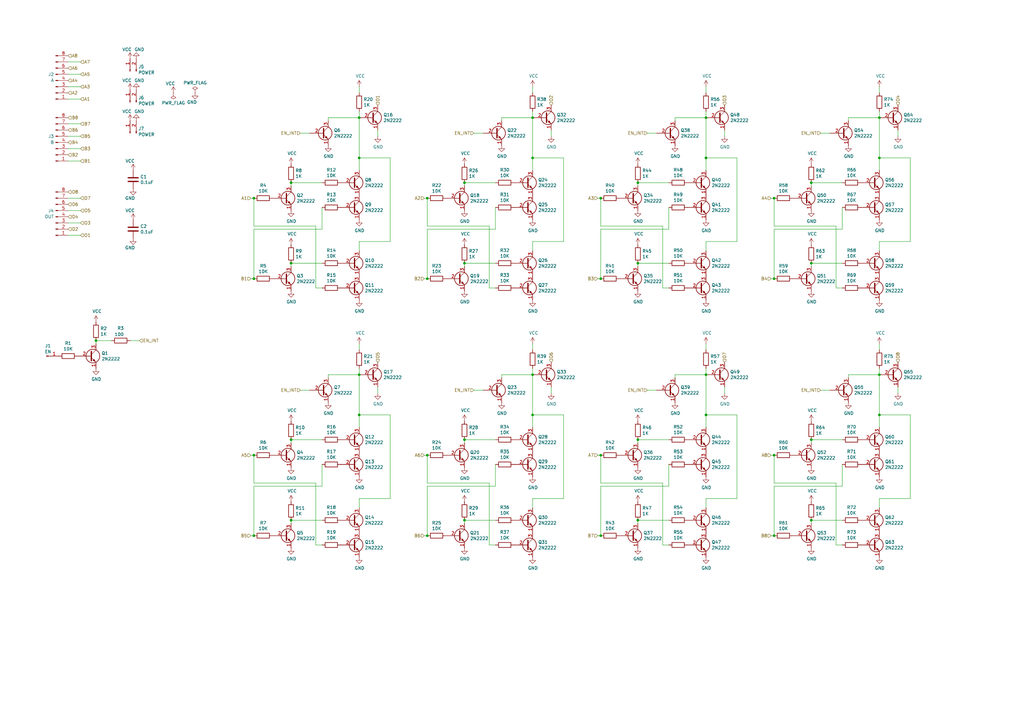
<source format=kicad_sch>
(kicad_sch (version 20230121) (generator eeschema)
  (paper "A3")
  (title_block (title "Transistor 8-bit Bus Output XOR") (date "2023-10-17") (rev "1"))
  (junction (at 147.32 64.77))
  (junction (at 289.56 153.67))
  (junction (at 360.68 64.77))
  (junction (at 317.5 219.71))
  (junction (at 190.5 74.93))
  (junction (at 147.32 48.26))
  (junction (at 175.26 186.69))
  (junction (at 332.74 74.93))
  (junction (at 119.38 213.36))
  (junction (at 218.44 170.18))
  (junction (at 119.38 107.95))
  (junction (at 39.37 139.7))
  (junction (at 119.38 74.93))
  (junction (at 175.26 219.71))
  (junction (at 218.44 153.67))
  (junction (at 360.68 170.18))
  (junction (at 246.38 114.3))
  (junction (at 190.5 107.95))
  (junction (at 175.26 81.28))
  (junction (at 332.74 180.34))
  (junction (at 261.62 213.36))
  (junction (at 104.14 81.28))
  (junction (at 246.38 81.28))
  (junction (at 289.56 170.18))
  (junction (at 289.56 48.26))
  (junction (at 360.68 153.67))
  (junction (at 317.5 186.69))
  (junction (at 190.5 213.36))
  (junction (at 261.62 107.95))
  (junction (at 246.38 219.71))
  (junction (at 261.62 74.93))
  (junction (at 104.14 186.69))
  (junction (at 332.74 213.36))
  (junction (at 317.5 114.3))
  (junction (at 289.56 64.77))
  (junction (at 218.44 48.26))
  (junction (at 119.38 180.34))
  (junction (at 246.38 186.69))
  (junction (at 147.32 170.18))
  (junction (at 332.74 107.95))
  (junction (at 317.5 81.28))
  (junction (at 175.26 114.3))
  (junction (at 218.44 64.77))
  (junction (at 261.62 180.34))
  (junction (at 104.14 114.3))
  (junction (at 190.5 180.34))
  (junction (at 147.32 153.67))
  (junction (at 360.68 48.26))
  (junction (at 104.14 219.71))
  (wire (pts (xy 147.32 48.26) (xy 134.62 48.26)))
  (wire (pts (xy 175.26 114.3) (xy 175.26 93.98)))
  (wire (pts (xy 336.55 160.02) (xy 340.36 160.02)))
  (wire (pts (xy 200.66 198.12) (xy 200.66 223.52)))
  (wire (pts (xy 147.32 153.67) (xy 134.62 153.67)))
  (wire (pts (xy 332.74 180.34) (xy 332.74 181.61)))
  (wire (pts (xy 226.06 53.34) (xy 226.06 55.88)))
  (wire (pts (xy 104.14 219.71) (xy 104.14 199.39)))
  (wire (pts (xy 147.32 140.97) (xy 147.32 143.51)))
  (wire (pts (xy 200.66 118.11) (xy 203.2 118.11)))
  (wire (pts (xy 175.26 199.39) (xy 203.2 199.39)))
  (wire (pts (xy 39.37 140.97) (xy 39.37 139.7)))
  (wire (pts (xy 261.62 180.34) (xy 274.32 180.34)))
  (wire (pts (xy 102.87 114.3) (xy 104.14 114.3)))
  (wire (pts (xy 342.9 198.12) (xy 342.9 223.52)))
  (wire (pts (xy 360.68 140.97) (xy 360.68 143.51)))
  (wire (pts (xy 218.44 170.18) (xy 218.44 175.26)))
  (wire (pts (xy 261.62 74.93) (xy 274.32 74.93)))
  (wire (pts (xy 373.38 99.06) (xy 373.38 64.77)))
  (wire (pts (xy 102.87 186.69) (xy 104.14 186.69)))
  (wire (pts (xy 218.44 45.72) (xy 218.44 48.26)))
  (wire (pts (xy 104.14 114.3) (xy 104.14 93.98)))
  (wire (pts (xy 332.74 213.36) (xy 332.74 214.63)))
  (wire (pts (xy 218.44 153.67) (xy 218.44 170.18)))
  (wire (pts (xy 302.26 64.77) (xy 289.56 64.77)))
  (wire (pts (xy 205.74 153.67) (xy 205.74 154.94)))
  (wire (pts (xy 302.26 170.18) (xy 289.56 170.18)))
  (wire (pts (xy 317.5 92.71) (xy 342.9 92.71)))
  (wire (pts (xy 265.43 160.02) (xy 269.24 160.02)))
  (wire (pts (xy 147.32 153.67) (xy 147.32 170.18)))
  (wire (pts (xy 132.08 213.36) (xy 119.38 213.36)))
  (wire (pts (xy 245.11 114.3) (xy 246.38 114.3)))
  (wire (pts (xy 332.74 74.93) (xy 345.44 74.93)))
  (wire (pts (xy 360.68 153.67) (xy 360.68 170.18)))
  (wire (pts (xy 154.94 53.34) (xy 154.94 55.88)))
  (wire (pts (xy 175.26 93.98) (xy 203.2 93.98)))
  (wire (pts (xy 104.14 198.12) (xy 129.54 198.12)))
  (wire (pts (xy 360.68 99.06) (xy 373.38 99.06)))
  (wire (pts (xy 373.38 204.47) (xy 373.38 170.18)))
  (wire (pts (xy 289.56 153.67) (xy 289.56 170.18)))
  (wire (pts (xy 173.99 81.28) (xy 175.26 81.28)))
  (wire (pts (xy 160.02 99.06) (xy 160.02 64.77)))
  (wire (pts (xy 368.3 158.75) (xy 368.3 161.29)))
  (wire (pts (xy 360.68 48.26) (xy 347.98 48.26)))
  (wire (pts (xy 218.44 140.97) (xy 218.44 143.51)))
  (wire (pts (xy 132.08 107.95) (xy 119.38 107.95)))
  (wire (pts (xy 342.9 223.52) (xy 345.44 223.52)))
  (wire (pts (xy 27.94 81.28) (xy 33.02 81.28)))
  (wire (pts (xy 360.68 151.13) (xy 360.68 153.67)))
  (wire (pts (xy 246.38 219.71) (xy 246.38 199.39)))
  (wire (pts (xy 27.94 91.44) (xy 33.02 91.44)))
  (wire (pts (xy 246.38 198.12) (xy 271.78 198.12)))
  (wire (pts (xy 342.9 92.71) (xy 342.9 118.11)))
  (wire (pts (xy 190.5 74.93) (xy 190.5 76.2)))
  (wire (pts (xy 289.56 45.72) (xy 289.56 48.26)))
  (wire (pts (xy 218.44 48.26) (xy 218.44 64.77)))
  (wire (pts (xy 317.5 198.12) (xy 342.9 198.12)))
  (wire (pts (xy 119.38 180.34) (xy 132.08 180.34)))
  (wire (pts (xy 271.78 118.11) (xy 274.32 118.11)))
  (wire (pts (xy 271.78 223.52) (xy 274.32 223.52)))
  (wire (pts (xy 226.06 158.75) (xy 226.06 161.29)))
  (wire (pts (xy 317.5 186.69) (xy 317.5 198.12)))
  (wire (pts (xy 271.78 198.12) (xy 271.78 223.52)))
  (wire (pts (xy 102.87 219.71) (xy 104.14 219.71)))
  (wire (pts (xy 203.2 93.98) (xy 203.2 85.09)))
  (wire (pts (xy 347.98 153.67) (xy 347.98 154.94)))
  (wire (pts (xy 289.56 48.26) (xy 276.86 48.26)))
  (wire (pts (xy 360.68 204.47) (xy 373.38 204.47)))
  (wire (pts (xy 160.02 204.47) (xy 160.02 170.18)))
  (wire (pts (xy 119.38 74.93) (xy 119.38 76.2)))
  (wire (pts (xy 147.32 35.56) (xy 147.32 38.1)))
  (wire (pts (xy 27.94 30.48) (xy 33.02 30.48)))
  (wire (pts (xy 200.66 92.71) (xy 200.66 118.11)))
  (wire (pts (xy 160.02 64.77) (xy 147.32 64.77)))
  (wire (pts (xy 360.68 153.67) (xy 347.98 153.67)))
  (wire (pts (xy 218.44 102.87) (xy 218.44 99.06)))
  (wire (pts (xy 360.68 170.18) (xy 360.68 175.26)))
  (wire (pts (xy 218.44 153.67) (xy 205.74 153.67)))
  (wire (pts (xy 373.38 170.18) (xy 360.68 170.18)))
  (wire (pts (xy 245.11 81.28) (xy 246.38 81.28)))
  (wire (pts (xy 246.38 93.98) (xy 274.32 93.98)))
  (wire (pts (xy 317.5 93.98) (xy 345.44 93.98)))
  (wire (pts (xy 317.5 219.71) (xy 317.5 199.39)))
  (wire (pts (xy 175.26 219.71) (xy 175.26 199.39)))
  (wire (pts (xy 27.94 40.64) (xy 33.02 40.64)))
  (wire (pts (xy 265.43 54.61) (xy 269.24 54.61)))
  (wire (pts (xy 134.62 153.67) (xy 134.62 154.94)))
  (wire (pts (xy 104.14 81.28) (xy 104.14 92.71)))
  (wire (pts (xy 289.56 102.87) (xy 289.56 99.06)))
  (wire (pts (xy 261.62 74.93) (xy 261.62 76.2)))
  (wire (pts (xy 274.32 213.36) (xy 261.62 213.36)))
  (wire (pts (xy 276.86 48.26) (xy 276.86 49.53)))
  (wire (pts (xy 175.26 81.28) (xy 175.26 92.71)))
  (wire (pts (xy 332.74 107.95) (xy 332.74 109.22)))
  (wire (pts (xy 27.94 50.8) (xy 33.02 50.8)))
  (wire (pts (xy 289.56 153.67) (xy 276.86 153.67)))
  (wire (pts (xy 231.14 99.06) (xy 231.14 64.77)))
  (wire (pts (xy 360.68 35.56) (xy 360.68 38.1)))
  (wire (pts (xy 289.56 208.28) (xy 289.56 204.47)))
  (wire (pts (xy 53.34 139.7) (xy 57.15 139.7)))
  (wire (pts (xy 317.5 199.39) (xy 345.44 199.39)))
  (wire (pts (xy 360.68 45.72) (xy 360.68 48.26)))
  (wire (pts (xy 317.5 81.28) (xy 317.5 92.71)))
  (wire (pts (xy 132.08 199.39) (xy 132.08 190.5)))
  (wire (pts (xy 245.11 186.69) (xy 246.38 186.69)))
  (wire (pts (xy 345.44 93.98) (xy 345.44 85.09)))
  (wire (pts (xy 104.14 92.71) (xy 129.54 92.71)))
  (wire (pts (xy 360.68 48.26) (xy 360.68 64.77)))
  (wire (pts (xy 104.14 186.69) (xy 104.14 198.12)))
  (wire (pts (xy 39.37 139.7) (xy 45.72 139.7)))
  (wire (pts (xy 336.55 54.61) (xy 340.36 54.61)))
  (wire (pts (xy 316.23 81.28) (xy 317.5 81.28)))
  (wire (pts (xy 345.44 213.36) (xy 332.74 213.36)))
  (wire (pts (xy 261.62 107.95) (xy 261.62 109.22)))
  (wire (pts (xy 373.38 64.77) (xy 360.68 64.77)))
  (wire (pts (xy 173.99 219.71) (xy 175.26 219.71)))
  (wire (pts (xy 160.02 170.18) (xy 147.32 170.18)))
  (wire (pts (xy 147.32 170.18) (xy 147.32 175.26)))
  (wire (pts (xy 27.94 96.52) (xy 33.02 96.52)))
  (wire (pts (xy 104.14 93.98) (xy 132.08 93.98)))
  (wire (pts (xy 218.44 35.56) (xy 218.44 38.1)))
  (wire (pts (xy 154.94 158.75) (xy 154.94 161.29)))
  (wire (pts (xy 27.94 35.56) (xy 33.02 35.56)))
  (wire (pts (xy 175.26 198.12) (xy 200.66 198.12)))
  (wire (pts (xy 289.56 140.97) (xy 289.56 143.51)))
  (wire (pts (xy 104.14 199.39) (xy 132.08 199.39)))
  (wire (pts (xy 129.54 118.11) (xy 132.08 118.11)))
  (wire (pts (xy 27.94 55.88) (xy 33.02 55.88)))
  (wire (pts (xy 123.19 160.02) (xy 127 160.02)))
  (wire (pts (xy 190.5 107.95) (xy 190.5 109.22)))
  (wire (pts (xy 218.44 99.06) (xy 231.14 99.06)))
  (wire (pts (xy 297.18 53.34) (xy 297.18 55.88)))
  (wire (pts (xy 147.32 45.72) (xy 147.32 48.26)))
  (wire (pts (xy 147.32 99.06) (xy 160.02 99.06)))
  (wire (pts (xy 190.5 213.36) (xy 190.5 214.63)))
  (wire (pts (xy 246.38 81.28) (xy 246.38 92.71)))
  (wire (pts (xy 27.94 86.36) (xy 33.02 86.36)))
  (wire (pts (xy 119.38 74.93) (xy 132.08 74.93)))
  (wire (pts (xy 317.5 114.3) (xy 317.5 93.98)))
  (wire (pts (xy 246.38 114.3) (xy 246.38 93.98)))
  (wire (pts (xy 345.44 107.95) (xy 332.74 107.95)))
  (wire (pts (xy 173.99 114.3) (xy 175.26 114.3)))
  (wire (pts (xy 276.86 153.67) (xy 276.86 154.94)))
  (wire (pts (xy 347.98 48.26) (xy 347.98 49.53)))
  (wire (pts (xy 246.38 92.71) (xy 271.78 92.71)))
  (wire (pts (xy 360.68 102.87) (xy 360.68 99.06)))
  (wire (pts (xy 132.08 93.98) (xy 132.08 85.09)))
  (wire (pts (xy 119.38 213.36) (xy 119.38 214.63)))
  (wire (pts (xy 289.56 64.77) (xy 289.56 69.85)))
  (wire (pts (xy 147.32 64.77) (xy 147.32 69.85)))
  (wire (pts (xy 231.14 64.77) (xy 218.44 64.77)))
  (wire (pts (xy 246.38 186.69) (xy 246.38 198.12)))
  (wire (pts (xy 289.56 151.13) (xy 289.56 153.67)))
  (wire (pts (xy 218.44 64.77) (xy 218.44 69.85)))
  (wire (pts (xy 147.32 208.28) (xy 147.32 204.47)))
  (wire (pts (xy 360.68 64.77) (xy 360.68 69.85)))
  (wire (pts (xy 274.32 199.39) (xy 274.32 190.5)))
  (wire (pts (xy 218.44 48.26) (xy 205.74 48.26)))
  (wire (pts (xy 271.78 92.71) (xy 271.78 118.11)))
  (wire (pts (xy 289.56 48.26) (xy 289.56 64.77)))
  (wire (pts (xy 218.44 151.13) (xy 218.44 153.67)))
  (wire (pts (xy 134.62 48.26) (xy 134.62 49.53)))
  (wire (pts (xy 289.56 99.06) (xy 302.26 99.06)))
  (wire (pts (xy 123.19 54.61) (xy 127 54.61)))
  (wire (pts (xy 194.31 160.02) (xy 198.12 160.02)))
  (wire (pts (xy 297.18 158.75) (xy 297.18 161.29)))
  (wire (pts (xy 218.44 204.47) (xy 231.14 204.47)))
  (wire (pts (xy 246.38 199.39) (xy 274.32 199.39)))
  (wire (pts (xy 147.32 151.13) (xy 147.32 153.67)))
  (wire (pts (xy 27.94 60.96) (xy 33.02 60.96)))
  (wire (pts (xy 302.26 204.47) (xy 302.26 170.18)))
  (wire (pts (xy 190.5 180.34) (xy 203.2 180.34)))
  (wire (pts (xy 147.32 48.26) (xy 147.32 64.77)))
  (wire (pts (xy 231.14 170.18) (xy 218.44 170.18)))
  (wire (pts (xy 205.74 48.26) (xy 205.74 49.53)))
  (wire (pts (xy 147.32 204.47) (xy 160.02 204.47)))
  (wire (pts (xy 289.56 170.18) (xy 289.56 175.26)))
  (wire (pts (xy 27.94 66.04) (xy 33.02 66.04)))
  (wire (pts (xy 289.56 204.47) (xy 302.26 204.47)))
  (wire (pts (xy 274.32 107.95) (xy 261.62 107.95)))
  (wire (pts (xy 289.56 35.56) (xy 289.56 38.1)))
  (wire (pts (xy 302.26 99.06) (xy 302.26 64.77)))
  (wire (pts (xy 175.26 186.69) (xy 175.26 198.12)))
  (wire (pts (xy 129.54 92.71) (xy 129.54 118.11)))
  (wire (pts (xy 27.94 25.4) (xy 33.02 25.4)))
  (wire (pts (xy 119.38 180.34) (xy 119.38 181.61)))
  (wire (pts (xy 200.66 223.52) (xy 203.2 223.52)))
  (wire (pts (xy 102.87 81.28) (xy 104.14 81.28)))
  (wire (pts (xy 231.14 204.47) (xy 231.14 170.18)))
  (wire (pts (xy 345.44 199.39) (xy 345.44 190.5)))
  (wire (pts (xy 129.54 198.12) (xy 129.54 223.52)))
  (wire (pts (xy 190.5 74.93) (xy 203.2 74.93)))
  (wire (pts (xy 129.54 223.52) (xy 132.08 223.52)))
  (wire (pts (xy 203.2 213.36) (xy 190.5 213.36)))
  (wire (pts (xy 190.5 180.34) (xy 190.5 181.61)))
  (wire (pts (xy 245.11 219.71) (xy 246.38 219.71)))
  (wire (pts (xy 175.26 92.71) (xy 200.66 92.71)))
  (wire (pts (xy 218.44 208.28) (xy 218.44 204.47)))
  (wire (pts (xy 316.23 186.69) (xy 317.5 186.69)))
  (wire (pts (xy 119.38 107.95) (xy 119.38 109.22)))
  (wire (pts (xy 261.62 180.34) (xy 261.62 181.61)))
  (wire (pts (xy 360.68 208.28) (xy 360.68 204.47)))
  (wire (pts (xy 173.99 186.69) (xy 175.26 186.69)))
  (wire (pts (xy 274.32 93.98) (xy 274.32 85.09)))
  (wire (pts (xy 203.2 199.39) (xy 203.2 190.5)))
  (wire (pts (xy 194.31 54.61) (xy 198.12 54.61)))
  (wire (pts (xy 332.74 180.34) (xy 345.44 180.34)))
  (wire (pts (xy 368.3 53.34) (xy 368.3 55.88)))
  (wire (pts (xy 203.2 107.95) (xy 190.5 107.95)))
  (wire (pts (xy 332.74 74.93) (xy 332.74 76.2)))
  (wire (pts (xy 316.23 114.3) (xy 317.5 114.3)))
  (wire (pts (xy 147.32 102.87) (xy 147.32 99.06)))
  (wire (pts (xy 342.9 118.11) (xy 345.44 118.11)))
  (wire (pts (xy 261.62 213.36) (xy 261.62 214.63)))
  (wire (pts (xy 316.23 219.71) (xy 317.5 219.71)))
  (hierarchical_label "EN_INT" (shape input) (at 194.31 54.61 180))
  (hierarchical_label "O5" (shape input) (at 154.94 148.59 90))
  (hierarchical_label "O1" (shape input) (at 33.02 96.52 0))
  (hierarchical_label "B5" (shape input) (at 33.02 55.88 0))
  (hierarchical_label "B6" (shape input) (at 27.94 53.34 0))
  (hierarchical_label "EN_INT" (shape input) (at 336.55 54.61 180))
  (hierarchical_label "EN_INT" (shape input) (at 336.55 160.02 180))
  (hierarchical_label "EN_INT" (shape input) (at 57.15 139.7 0))
  (hierarchical_label "EN_INT" (shape input) (at 123.19 54.61 180))
  (hierarchical_label "B7" (shape input) (at 245.11 219.71 180))
  (hierarchical_label "A5" (shape input) (at 33.02 30.48 0))
  (hierarchical_label "O3" (shape input) (at 33.02 91.44 0))
  (hierarchical_label "O1" (shape input) (at 154.94 43.18 90))
  (hierarchical_label "O5" (shape input) (at 33.02 86.36 0))
  (hierarchical_label "B2" (shape input) (at 27.94 63.5 0))
  (hierarchical_label "EN_INT" (shape input) (at 265.43 54.61 180))
  (hierarchical_label "B5" (shape input) (at 102.87 219.71 180))
  (hierarchical_label "A7" (shape input) (at 245.11 186.69 180))
  (hierarchical_label "A4" (shape input) (at 316.23 81.28 180))
  (hierarchical_label "B6" (shape input) (at 173.99 219.71 180))
  (hierarchical_label "A1" (shape input) (at 33.02 40.64 0))
  (hierarchical_label "O4" (shape input) (at 368.3 43.18 90))
  (hierarchical_label "B8" (shape input) (at 27.94 48.26 0))
  (hierarchical_label "A2" (shape input) (at 173.99 81.28 180))
  (hierarchical_label "A3" (shape input) (at 245.11 81.28 180))
  (hierarchical_label "O3" (shape input) (at 297.18 43.18 90))
  (hierarchical_label "O2" (shape input) (at 27.94 93.98 0))
  (hierarchical_label "A6" (shape input) (at 27.94 27.94 0))
  (hierarchical_label "EN_INT" (shape input) (at 194.31 160.02 180))
  (hierarchical_label "B8" (shape input) (at 316.23 219.71 180))
  (hierarchical_label "B2" (shape input) (at 173.99 114.3 180))
  (hierarchical_label "A8" (shape input) (at 27.94 22.86 0))
  (hierarchical_label "O6" (shape input) (at 27.94 83.82 0))
  (hierarchical_label "B7" (shape input) (at 33.02 50.8 0))
  (hierarchical_label "O2" (shape input) (at 226.06 43.18 90))
  (hierarchical_label "A5" (shape input) (at 102.87 186.69 180))
  (hierarchical_label "B1" (shape input) (at 33.02 66.04 0))
  (hierarchical_label "EN_INT" (shape input) (at 123.19 160.02 180))
  (hierarchical_label "O4" (shape input) (at 27.94 88.9 0))
  (hierarchical_label "EN_INT" (shape input) (at 265.43 160.02 180))
  (hierarchical_label "O7" (shape input) (at 33.02 81.28 0))
  (hierarchical_label "B4" (shape input) (at 316.23 114.3 180))
  (hierarchical_label "A3" (shape input) (at 33.02 35.56 0))
  (hierarchical_label "A8" (shape input) (at 316.23 186.69 180))
  (hierarchical_label "O7" (shape input) (at 297.18 148.59 90))
  (hierarchical_label "A1" (shape input) (at 102.87 81.28 180))
  (hierarchical_label "O8" (shape input) (at 368.3 148.59 90))
  (hierarchical_label "B1" (shape input) (at 102.87 114.3 180))
  (hierarchical_label "A6" (shape input) (at 173.99 186.69 180))
  (hierarchical_label "O8" (shape input) (at 27.94 78.74 0))
  (hierarchical_label "A2" (shape input) (at 27.94 38.1 0))
  (hierarchical_label "B3" (shape input) (at 33.02 60.96 0))
  (hierarchical_label "O6" (shape input) (at 226.06 148.59 90))
  (hierarchical_label "B4" (shape input) (at 27.94 58.42 0))
  (hierarchical_label "A7" (shape input) (at 33.02 25.4 0))
  (hierarchical_label "B3" (shape input) (at 245.11 114.3 180))
  (hierarchical_label "A4" (shape input) (at 27.94 33.02 0))
  (symbol (lib_id "Device:R") (at 349.25 180.34 270) (unit 1)
    (property "Reference" "R70" (at 349.25 175.0822 90))
    (property "Value" "10K" (at 349.25 177.3936 90))
    (property "Footprint" "Resistor_THT:R_Axial_DIN0309_L9.0mm_D3.2mm_P12.70mm_Horizontal" (effects hide))
  )
  (symbol (lib_id "Device:R") (at 349.25 85.09 270) (unit 1)
    (property "Reference" "R67" (at 349.25 79.8322 90))
    (property "Value" "10K" (at 349.25 82.1436 90))
    (property "Footprint" "Resistor_THT:R_Axial_DIN0309_L9.0mm_D3.2mm_P12.70mm_Horizontal" (effects hide))
  )
  (symbol (lib_id "Device:R") (at 119.38 209.55 0) (unit 1)
    (property "Reference" "R11" (at 121.158 208.3816 0) (effects (justify left)))
    (property "Value" "1K" (at 121.158 210.693 0) (effects (justify left)))
    (property "Footprint" "Resistor_THT:R_Axial_DIN0309_L9.0mm_D3.2mm_P12.70mm_Horizontal" (effects hide))
  )
  (symbol (lib_id "power:GND") (at 297.18 161.29 0) (unit 1)
    (property "Reference" "#PWR066" (effects hide))
    (property "Value" "GND" (at 297.307 165.6842 0))
  )
  (symbol (lib_id "Device:R") (at 207.01 223.52 270) (unit 1)
    (property "Reference" "R37" (at 207.01 218.2622 90))
    (property "Value" "10K" (at 207.01 220.5736 90))
    (property "Footprint" "Resistor_THT:R_Axial_DIN0309_L9.0mm_D3.2mm_P12.70mm_Horizontal" (effects hide))
  )
  (symbol (lib_id "Device:R") (at 135.89 85.09 270) (unit 1)
    (property "Reference" "R13" (at 135.89 79.8322 90))
    (property "Value" "10K" (at 135.89 82.1436 90))
    (property "Footprint" "Resistor_THT:R_Axial_DIN0309_L9.0mm_D3.2mm_P12.70mm_Horizontal" (effects hide))
  )
  (symbol (lib_id "power:GND") (at 332.74 86.36 0) (unit 1)
    (property "Reference" "#PWR068" (effects hide))
    (property "Value" "GND" (at 332.867 90.7542 0))
  )
  (symbol (lib_id "Device:R") (at 179.07 186.69 270) (unit 1)
    (property "Reference" "R24" (at 179.07 181.4322 90))
    (property "Value" "10K" (at 179.07 183.7436 90))
    (property "Footprint" "Resistor_THT:R_Axial_DIN0309_L9.0mm_D3.2mm_P12.70mm_Horizontal" (effects hide))
  )
  (symbol (lib_id "Device:R") (at 135.89 118.11 270) (unit 1)
    (property "Reference" "R15" (at 135.89 112.8522 90))
    (property "Value" "10K" (at 135.89 115.1636 90))
    (property "Footprint" "Resistor_THT:R_Axial_DIN0309_L9.0mm_D3.2mm_P12.70mm_Horizontal" (effects hide))
  )
  (symbol (lib_id "2n2222:2N2222") (at 358.14 213.36 0) (unit 1)
    (property "Reference" "Q62" (at 362.966 212.1916 0) (effects (justify left)))
    (property "Value" "2N2222" (at 362.966 214.503 0) (effects (justify left)))
    (property "Footprint" "Package_TO_SOT_THT:TO-92_Inline" (effects hide))
    (property "Datasheet" "https://www.fairchildsemi.com/datasheets/2N/2N3904.pdf" (effects hide))
  )
  (symbol (lib_id "2n2222:2N2222") (at 330.2 219.71 0) (unit 1)
    (property "Reference" "Q53" (at 335.026 218.5416 0) (effects (justify left)))
    (property "Value" "2N2222" (at 335.026 220.853 0) (effects (justify left)))
    (property "Footprint" "Package_TO_SOT_THT:TO-92_Inline" (effects hide))
    (property "Datasheet" "https://www.fairchildsemi.com/datasheets/2N/2N3904.pdf" (effects hide))
  )
  (symbol (lib_id "Device:R") (at 147.32 147.32 180) (unit 1)
    (property "Reference" "R21" (at 149.098 146.1516 0) (effects (justify right)))
    (property "Value" "1K" (at 149.098 148.463 0) (effects (justify right)))
    (property "Footprint" "Resistor_THT:R_Axial_DIN0309_L9.0mm_D3.2mm_P12.70mm_Horizontal" (effects hide))
  )
  (symbol (lib_id "power:GND") (at 205.74 59.69 0) (unit 1)
    (property "Reference" "#PWR039" (effects hide))
    (property "Value" "GND" (at 205.867 64.0842 0))
  )
  (symbol (lib_id "power:VCC") (at 261.62 100.33 0) (unit 1)
    (property "Reference" "#PWR051" (effects hide))
    (property "Value" "VCC" (at 262.0518 95.9358 0))
  )
  (symbol (lib_id "2n2222:2N2222") (at 215.9 107.95 0) (unit 1)
    (property "Reference" "Q26" (at 220.726 106.7816 0) (effects (justify left)))
    (property "Value" "2N2222" (at 220.726 109.093 0) (effects (justify left)))
    (property "Footprint" "Package_TO_SOT_THT:TO-92_Inline" (effects hide))
    (property "Datasheet" "https://www.fairchildsemi.com/datasheets/2N/2N3904.pdf" (effects hide))
  )
  (symbol (lib_id "Connector:Conn_01x01_Pin") (at 19.05 146.05 0) (unit 1)
    (property "Reference" "J1" (at 19.685 141.8295 0))
    (property "Value" "EN" (at 19.685 144.2537 0))
    (property "Footprint" "Connector_PinHeader_2.54mm:PinHeader_1x01_P2.54mm_Vertical" (effects hide))
  )
  (symbol (lib_id "2n2222:2N2222") (at 144.78 107.95 0) (unit 1)
    (property "Reference" "Q10" (at 149.606 106.7816 0) (effects (justify left)))
    (property "Value" "2N2222" (at 149.606 109.093 0) (effects (justify left)))
    (property "Footprint" "Package_TO_SOT_THT:TO-92_Inline" (effects hide))
    (property "Datasheet" "https://www.fairchildsemi.com/datasheets/2N/2N3904.pdf" (effects hide))
  )
  (symbol (lib_id "power:GND") (at 119.38 191.77 0) (unit 1)
    (property "Reference" "#PWR018" (effects hide))
    (property "Value" "GND" (at 119.507 196.1642 0))
  )
  (symbol (lib_id "2n2222:2N2222") (at 116.84 186.69 0) (unit 1)
    (property "Reference" "Q4" (at 121.666 185.5216 0) (effects (justify left)))
    (property "Value" "2N2222" (at 121.666 187.833 0) (effects (justify left)))
    (property "Footprint" "Package_TO_SOT_THT:TO-92_Inline" (effects hide))
    (property "Datasheet" "https://www.fairchildsemi.com/datasheets/2N/2N3904.pdf" (effects hide))
  )
  (symbol (lib_id "2n2222:2N2222") (at 223.52 153.67 0) (unit 1)
    (property "Reference" "Q33" (at 228.346 152.5016 0) (effects (justify left)))
    (property "Value" "2N2222" (at 228.346 154.813 0) (effects (justify left)))
    (property "Footprint" "Package_TO_SOT_THT:TO-92_Inline" (effects hide))
    (property "Datasheet" "https://www.fairchildsemi.com/datasheets/2N/2N3904.pdf" (effects hide))
  )
  (symbol (lib_id "power:VCC") (at 360.68 140.97 0) (unit 1)
    (property "Reference" "#PWR080" (effects hide))
    (property "Value" "VCC" (at 361.1118 136.5758 0))
  )
  (symbol (lib_id "2n2222:2N2222") (at 215.9 118.11 0) (unit 1)
    (property "Reference" "Q27" (at 220.726 116.9416 0) (effects (justify left)))
    (property "Value" "2N2222" (at 220.726 119.253 0) (effects (justify left)))
    (property "Footprint" "Package_TO_SOT_THT:TO-92_Inline" (effects hide))
    (property "Datasheet" "https://www.fairchildsemi.com/datasheets/2N/2N3904.pdf" (effects hide))
  )
  (symbol (lib_id "Device:R") (at 39.37 135.89 180) (unit 1)
    (property "Reference" "R2" (at 41.148 134.7216 0) (effects (justify right)))
    (property "Value" "1K" (at 41.148 137.033 0) (effects (justify right)))
    (property "Footprint" "Resistor_THT:R_Axial_DIN0309_L9.0mm_D3.2mm_P12.70mm_Horizontal" (effects hide))
  )
  (symbol (lib_id "2n2222:2N2222") (at 152.4 48.26 0) (unit 1)
    (property "Reference" "Q16" (at 157.226 47.0916 0) (effects (justify left)))
    (property "Value" "2N2222" (at 157.226 49.403 0) (effects (justify left)))
    (property "Footprint" "Package_TO_SOT_THT:TO-92_Inline" (effects hide))
    (property "Datasheet" "https://www.fairchildsemi.com/datasheets/2N/2N3904.pdf" (effects hide))
  )
  (symbol (lib_id "power:VCC") (at 54.61 69.85 0) (unit 1)
    (property "Reference" "#PWR06" (effects hide))
    (property "Value" "VCC" (at 53.34 66.04 0))
  )
  (symbol (lib_id "power:VCC") (at 190.5 172.72 0) (unit 1)
    (property "Reference" "#PWR035" (effects hide))
    (property "Value" "VCC" (at 190.9318 168.3258 0))
  )
  (symbol (lib_id "power:VCC") (at 119.38 172.72 0) (unit 1)
    (property "Reference" "#PWR017" (effects hide))
    (property "Value" "VCC" (at 119.8118 168.3258 0))
  )
  (symbol (lib_id "power:GND") (at 55.88 36.83 180) (unit 1)
    (property "Reference" "#PWR011" (effects hide))
    (property "Value" "GND" (at 57.15 33.02 0))
  )
  (symbol (lib_id "2n2222:2N2222") (at 187.96 219.71 0) (unit 1)
    (property "Reference" "Q21" (at 192.786 218.5416 0) (effects (justify left)))
    (property "Value" "2N2222" (at 192.786 220.853 0) (effects (justify left)))
    (property "Footprint" "Package_TO_SOT_THT:TO-92_Inline" (effects hide))
    (property "Datasheet" "https://www.fairchildsemi.com/datasheets/2N/2N3904.pdf" (effects hide))
  )
  (symbol (lib_id "power:GND") (at 134.62 59.69 0) (unit 1)
    (property "Reference" "#PWR021" (effects hide))
    (property "Value" "GND" (at 134.747 64.0842 0))
  )
  (symbol (lib_id "Device:R") (at 278.13 190.5 270) (unit 1)
    (property "Reference" "R53" (at 278.13 185.2422 90))
    (property "Value" "10K" (at 278.13 187.5536 90))
    (property "Footprint" "Resistor_THT:R_Axial_DIN0309_L9.0mm_D3.2mm_P12.70mm_Horizontal" (effects hide))
  )
  (symbol (lib_id "power:VCC") (at 53.34 49.53 0) (unit 1)
    (property "Reference" "#PWR05" (effects hide))
    (property "Value" "VCC" (at 52.07 45.72 0))
  )
  (symbol (lib_id "power:GND") (at 218.44 123.19 0) (unit 1)
    (property "Reference" "#PWR043" (effects hide))
    (property "Value" "GND" (at 218.567 127.5842 0))
  )
  (symbol (lib_id "2n2222:2N2222") (at 287.02 107.95 0) (unit 1)
    (property "Reference" "Q42" (at 291.846 106.7816 0) (effects (justify left)))
    (property "Value" "2N2222" (at 291.846 109.093 0) (effects (justify left)))
    (property "Footprint" "Package_TO_SOT_THT:TO-92_Inline" (effects hide))
    (property "Datasheet" "https://www.fairchildsemi.com/datasheets/2N/2N3904.pdf" (effects hide))
  )
  (symbol (lib_id "Device:R") (at 332.74 71.12 0) (unit 1)
    (property "Reference" "R62" (at 334.518 69.9516 0) (effects (justify left)))
    (property "Value" "1K" (at 334.518 72.263 0) (effects (justify left)))
    (property "Footprint" "Resistor_THT:R_Axial_DIN0309_L9.0mm_D3.2mm_P12.70mm_Horizontal" (effects hide))
  )
  (symbol (lib_id "Device:R") (at 349.25 213.36 270) (unit 1)
    (property "Reference" "R72" (at 349.25 208.1022 90))
    (property "Value" "10K" (at 349.25 210.4136 90))
    (property "Footprint" "Resistor_THT:R_Axial_DIN0309_L9.0mm_D3.2mm_P12.70mm_Horizontal" (effects hide))
  )
  (symbol (lib_id "Device:R") (at 135.89 107.95 270) (unit 1)
    (property "Reference" "R14" (at 135.89 102.6922 90))
    (property "Value" "10K" (at 135.89 105.0036 90))
    (property "Footprint" "Resistor_THT:R_Axial_DIN0309_L9.0mm_D3.2mm_P12.70mm_Horizontal" (effects hide))
  )
  (symbol (lib_id "2n2222:2N2222") (at 287.02 180.34 0) (unit 1)
    (property "Reference" "Q44" (at 291.846 179.1716 0) (effects (justify left)))
    (property "Value" "2N2222" (at 291.846 181.483 0) (effects (justify left)))
    (property "Footprint" "Package_TO_SOT_THT:TO-92_Inline" (effects hide))
    (property "Datasheet" "https://www.fairchildsemi.com/datasheets/2N/2N3904.pdf" (effects hide))
  )
  (symbol (lib_id "Device:R") (at 250.19 186.69 270) (unit 1)
    (property "Reference" "R42" (at 250.19 181.4322 90))
    (property "Value" "10K" (at 250.19 183.7436 90))
    (property "Footprint" "Resistor_THT:R_Axial_DIN0309_L9.0mm_D3.2mm_P12.70mm_Horizontal" (effects hide))
  )
  (symbol (lib_id "power:GND") (at 261.62 86.36 0) (unit 1)
    (property "Reference" "#PWR050" (effects hide))
    (property "Value" "GND" (at 261.747 90.7542 0))
  )
  (symbol (lib_id "2n2222:2N2222") (at 116.84 81.28 0) (unit 1)
    (property "Reference" "Q2" (at 121.666 80.1116 0) (effects (justify left)))
    (property "Value" "2N2222" (at 121.666 82.423 0) (effects (justify left)))
    (property "Footprint" "Package_TO_SOT_THT:TO-92_Inline" (effects hide))
    (property "Datasheet" "https://www.fairchildsemi.com/datasheets/2N/2N3904.pdf" (effects hide))
  )
  (symbol (lib_id "power:GND") (at 261.62 224.79 0) (unit 1)
    (property "Reference" "#PWR056" (effects hide))
    (property "Value" "GND" (at 261.747 229.1842 0))
  )
  (symbol (lib_id "Device:R") (at 207.01 74.93 270) (unit 1)
    (property "Reference" "R30" (at 207.01 69.6722 90))
    (property "Value" "10K" (at 207.01 71.9836 90))
    (property "Footprint" "Resistor_THT:R_Axial_DIN0309_L9.0mm_D3.2mm_P12.70mm_Horizontal" (effects hide))
  )
  (symbol (lib_id "power:VCC") (at 218.44 35.56 0) (unit 1)
    (property "Reference" "#PWR041" (effects hide))
    (property "Value" "VCC" (at 218.8718 31.1658 0))
  )
  (symbol (lib_id "Device:R") (at 360.68 147.32 180) (unit 1)
    (property "Reference" "R75" (at 362.458 146.1516 0) (effects (justify right)))
    (property "Value" "1K" (at 362.458 148.463 0) (effects (justify right)))
    (property "Footprint" "Resistor_THT:R_Axial_DIN0309_L9.0mm_D3.2mm_P12.70mm_Horizontal" (effects hide))
  )
  (symbol (lib_id "Connector:Conn_01x08_Pin") (at 22.86 33.02 0) (mirror x) (unit 1)
    (property "Reference" "J2" (at 22.1488 30.5379 0) (effects (justify right)))
    (property "Value" "A" (at 22.1488 32.9621 0) (effects (justify right)))
    (property "Footprint" "Connector_PinHeader_2.54mm:PinHeader_1x08_P2.54mm_Vertical" (effects hide))
  )
  (symbol (lib_id "2n2222:2N2222") (at 287.02 223.52 0) (unit 1)
    (property "Reference" "Q47" (at 291.846 222.3516 0) (effects (justify left)))
    (property "Value" "2N2222" (at 291.846 224.663 0) (effects (justify left)))
    (property "Footprint" "Package_TO_SOT_THT:TO-92_Inline" (effects hide))
    (property "Datasheet" "https://www.fairchildsemi.com/datasheets/2N/2N3904.pdf" (effects hide))
  )
  (symbol (lib_id "power:GND") (at 54.61 77.47 0) (unit 1)
    (property "Reference" "#PWR07" (effects hide))
    (property "Value" "GND" (at 53.34 81.28 0))
  )
  (symbol (lib_id "Device:R") (at 207.01 190.5 270) (unit 1)
    (property "Reference" "R35" (at 207.01 185.2422 90))
    (property "Value" "10K" (at 207.01 187.5536 90))
    (property "Footprint" "Resistor_THT:R_Axial_DIN0309_L9.0mm_D3.2mm_P12.70mm_Horizontal" (effects hide))
  )
  (symbol (lib_id "2n2222:2N2222") (at 259.08 186.69 0) (unit 1)
    (property "Reference" "Q36" (at 263.906 185.5216 0) (effects (justify left)))
    (property "Value" "2N2222" (at 263.906 187.833 0) (effects (justify left)))
    (property "Footprint" "Package_TO_SOT_THT:TO-92_Inline" (effects hide))
    (property "Datasheet" "https://www.fairchildsemi.com/datasheets/2N/2N3904.pdf" (effects hide))
  )
  (symbol (lib_id "2n2222:2N2222") (at 116.84 114.3 0) (unit 1)
    (property "Reference" "Q3" (at 121.666 113.1316 0) (effects (justify left)))
    (property "Value" "2N2222" (at 121.666 115.443 0) (effects (justify left)))
    (property "Footprint" "Package_TO_SOT_THT:TO-92_Inline" (effects hide))
    (property "Datasheet" "https://www.fairchildsemi.com/datasheets/2N/2N3904.pdf" (effects hide))
  )
  (symbol (lib_id "power:GND") (at 360.68 90.17 0) (unit 1)
    (property "Reference" "#PWR078" (effects hide))
    (property "Value" "GND" (at 360.807 94.5642 0))
  )
  (symbol (lib_id "2n2222:2N2222") (at 358.14 74.93 0) (unit 1)
    (property "Reference" "Q56" (at 362.966 73.7616 0) (effects (justify left)))
    (property "Value" "2N2222" (at 362.966 76.073 0) (effects (justify left)))
    (property "Footprint" "Package_TO_SOT_THT:TO-92_Inline" (effects hide))
    (property "Datasheet" "https://www.fairchildsemi.com/datasheets/2N/2N3904.pdf" (effects hide))
  )
  (symbol (lib_id "power:VCC") (at 261.62 172.72 0) (unit 1)
    (property "Reference" "#PWR053" (effects hide))
    (property "Value" "VCC" (at 262.0518 168.3258 0))
  )
  (symbol (lib_id "power:VCC") (at 53.34 36.83 0) (unit 1)
    (property "Reference" "#PWR04" (effects hide))
    (property "Value" "VCC" (at 52.07 33.02 0))
  )
  (symbol (lib_id "power:GND") (at 154.94 55.88 0) (unit 1)
    (property "Reference" "#PWR029" (effects hide))
    (property "Value" "GND" (at 155.067 60.2742 0))
  )
  (symbol (lib_id "power:GND") (at 147.32 123.19 0) (unit 1)
    (property "Reference" "#PWR025" (effects hide))
    (property "Value" "GND" (at 147.447 127.5842 0))
  )
  (symbol (lib_id "power:GND") (at 190.5 224.79 0) (unit 1)
    (property "Reference" "#PWR038" (effects hide))
    (property "Value" "GND" (at 190.627 229.1842 0))
  )
  (symbol (lib_id "Connector:Conn_01x02_Pin") (at 53.34 29.21 90) (unit 1)
    (property "Reference" "J5" (at 56.7182 27.3629 90) (effects (justify right)))
    (property "Value" "POWER" (at 56.7182 29.7871 90) (effects (justify right)))
    (property "Footprint" "Connector_PinHeader_2.54mm:PinHeader_1x02_P2.54mm_Vertical" (effects hide))
  )
  (symbol (lib_id "Device:R") (at 278.13 107.95 270) (unit 1)
    (property "Reference" "R50" (at 278.13 102.6922 90))
    (property "Value" "10K" (at 278.13 105.0036 90))
    (property "Footprint" "Resistor_THT:R_Axial_DIN0309_L9.0mm_D3.2mm_P12.70mm_Horizontal" (effects hide))
  )
  (symbol (lib_id "2n2222:2N2222") (at 132.08 160.02 0) (unit 1)
    (property "Reference" "Q7" (at 136.906 158.8516 0) (effects (justify left)))
    (property "Value" "2N2222" (at 136.906 161.163 0) (effects (justify left)))
    (property "Footprint" "Package_TO_SOT_THT:TO-92_Inline" (effects hide))
    (property "Datasheet" "https://www.fairchildsemi.com/datasheets/2N/2N3904.pdf" (effects hide))
  )
  (symbol (lib_id "2n2222:2N2222") (at 294.64 48.26 0) (unit 1)
    (property "Reference" "Q48" (at 299.466 47.0916 0) (effects (justify left)))
    (property "Value" "2N2222" (at 299.466 49.403 0) (effects (justify left)))
    (property "Footprint" "Package_TO_SOT_THT:TO-92_Inline" (effects hide))
    (property "Datasheet" "https://www.fairchildsemi.com/datasheets/2N/2N3904.pdf" (effects hide))
  )
  (symbol (lib_id "Device:R") (at 107.95 114.3 270) (unit 1)
    (property "Reference" "R5" (at 107.95 109.0422 90))
    (property "Value" "10K" (at 107.95 111.3536 90))
    (property "Footprint" "Resistor_THT:R_Axial_DIN0309_L9.0mm_D3.2mm_P12.70mm_Horizontal" (effects hide))
  )
  (symbol (lib_id "Device:R") (at 107.95 219.71 270) (unit 1)
    (property "Reference" "R7" (at 107.95 214.4522 90))
    (property "Value" "10K" (at 107.95 216.7636 90))
    (property "Footprint" "Resistor_THT:R_Axial_DIN0309_L9.0mm_D3.2mm_P12.70mm_Horizontal" (effects hide))
  )
  (symbol (lib_id "Device:R") (at 250.19 114.3 270) (unit 1)
    (property "Reference" "R41" (at 250.19 109.0422 90))
    (property "Value" "10K" (at 250.19 111.3536 90))
    (property "Footprint" "Resistor_THT:R_Axial_DIN0309_L9.0mm_D3.2mm_P12.70mm_Horizontal" (effects hide))
  )
  (symbol (lib_id "Device:R") (at 278.13 213.36 270) (unit 1)
    (property "Reference" "R54" (at 278.13 208.1022 90))
    (property "Value" "10K" (at 278.13 210.4136 90))
    (property "Footprint" "Resistor_THT:R_Axial_DIN0309_L9.0mm_D3.2mm_P12.70mm_Horizontal" (effects hide))
  )
  (symbol (lib_id "Device:R") (at 278.13 223.52 270) (unit 1)
    (property "Reference" "R55" (at 278.13 218.2622 90))
    (property "Value" "10K" (at 278.13 220.5736 90))
    (property "Footprint" "Resistor_THT:R_Axial_DIN0309_L9.0mm_D3.2mm_P12.70mm_Horizontal" (effects hide))
  )
  (symbol (lib_id "power:GND") (at 134.62 165.1 0) (unit 1)
    (property "Reference" "#PWR022" (effects hide))
    (property "Value" "GND" (at 134.747 169.4942 0))
  )
  (symbol (lib_id "power:VCC") (at 218.44 140.97 0) (unit 1)
    (property "Reference" "#PWR044" (effects hide))
    (property "Value" "VCC" (at 218.8718 136.5758 0))
  )
  (symbol (lib_id "Device:R") (at 349.25 118.11 270) (unit 1)
    (property "Reference" "R69" (at 349.25 112.8522 90))
    (property "Value" "10K" (at 349.25 115.1636 90))
    (property "Footprint" "Resistor_THT:R_Axial_DIN0309_L9.0mm_D3.2mm_P12.70mm_Horizontal" (effects hide))
  )
  (symbol (lib_id "power:VCC") (at 332.74 205.74 0) (unit 1)
    (property "Reference" "#PWR073" (effects hide))
    (property "Value" "VCC" (at 333.1718 201.3458 0))
  )
  (symbol (lib_id "2n2222:2N2222") (at 259.08 81.28 0) (unit 1)
    (property "Reference" "Q34" (at 263.906 80.1116 0) (effects (justify left)))
    (property "Value" "2N2222" (at 263.906 82.423 0) (effects (justify left)))
    (property "Footprint" "Package_TO_SOT_THT:TO-92_Inline" (effects hide))
    (property "Datasheet" "https://www.fairchildsemi.com/datasheets/2N/2N3904.pdf" (effects hide))
  )
  (symbol (lib_id "Device:R") (at 27.94 146.05 270) (unit 1)
    (property "Reference" "R1" (at 27.94 140.7922 90))
    (property "Value" "10K" (at 27.94 143.1036 90))
    (property "Footprint" "Resistor_THT:R_Axial_DIN0309_L9.0mm_D3.2mm_P12.70mm_Horizontal" (effects hide))
  )
  (symbol (lib_id "2n2222:2N2222") (at 144.78 213.36 0) (unit 1)
    (property "Reference" "Q14" (at 149.606 212.1916 0) (effects (justify left)))
    (property "Value" "2N2222" (at 149.606 214.503 0) (effects (justify left)))
    (property "Footprint" "Package_TO_SOT_THT:TO-92_Inline" (effects hide))
    (property "Datasheet" "https://www.fairchildsemi.com/datasheets/2N/2N3904.pdf" (effects hide))
  )
  (symbol (lib_id "2n2222:2N2222") (at 144.78 190.5 0) (unit 1)
    (property "Reference" "Q13" (at 149.606 189.3316 0) (effects (justify left)))
    (property "Value" "2N2222" (at 149.606 191.643 0) (effects (justify left)))
    (property "Footprint" "Package_TO_SOT_THT:TO-92_Inline" (effects hide))
    (property "Datasheet" "https://www.fairchildsemi.com/datasheets/2N/2N3904.pdf" (effects hide))
  )
  (symbol (lib_id "2n2222:2N2222") (at 215.9 85.09 0) (unit 1)
    (property "Reference" "Q25" (at 220.726 83.9216 0) (effects (justify left)))
    (property "Value" "2N2222" (at 220.726 86.233 0) (effects (justify left)))
    (property "Footprint" "Package_TO_SOT_THT:TO-92_Inline" (effects hide))
    (property "Datasheet" "https://www.fairchildsemi.com/datasheets/2N/2N3904.pdf" (effects hide))
  )
  (symbol (lib_id "power:VCC") (at 119.38 67.31 0) (unit 1)
    (property "Reference" "#PWR013" (effects hide))
    (property "Value" "VCC" (at 119.8118 62.9158 0))
  )
  (symbol (lib_id "power:GND") (at 360.68 195.58 0) (unit 1)
    (property "Reference" "#PWR081" (effects hide))
    (property "Value" "GND" (at 360.807 199.9742 0))
  )
  (symbol (lib_id "power:VCC") (at 147.32 140.97 0) (unit 1)
    (property "Reference" "#PWR026" (effects hide))
    (property "Value" "VCC" (at 147.7518 136.5758 0))
  )
  (symbol (lib_id "power:GND") (at 190.5 191.77 0) (unit 1)
    (property "Reference" "#PWR036" (effects hide))
    (property "Value" "GND" (at 190.627 196.1642 0))
  )
  (symbol (lib_id "Device:R") (at 190.5 104.14 0) (unit 1)
    (property "Reference" "R27" (at 192.278 102.9716 0) (effects (justify left)))
    (property "Value" "1K" (at 192.278 105.283 0) (effects (justify left)))
    (property "Footprint" "Resistor_THT:R_Axial_DIN0309_L9.0mm_D3.2mm_P12.70mm_Horizontal" (effects hide))
  )
  (symbol (lib_id "2n2222:2N2222") (at 330.2 186.69 0) (unit 1)
    (property "Reference" "Q52" (at 335.026 185.5216 0) (effects (justify left)))
    (property "Value" "2N2222" (at 335.026 187.833 0) (effects (justify left)))
    (property "Footprint" "Package_TO_SOT_THT:TO-92_Inline" (effects hide))
    (property "Datasheet" "https://www.fairchildsemi.com/datasheets/2N/2N3904.pdf" (effects hide))
  )
  (symbol (lib_id "power:VCC") (at 119.38 100.33 0) (unit 1)
    (property "Reference" "#PWR015" (effects hide))
    (property "Value" "VCC" (at 119.8118 95.9358 0))
  )
  (symbol (lib_id "2n2222:2N2222") (at 358.14 85.09 0) (unit 1)
    (property "Reference" "Q57" (at 362.966 83.9216 0) (effects (justify left)))
    (property "Value" "2N2222" (at 362.966 86.233 0) (effects (justify left)))
    (property "Footprint" "Package_TO_SOT_THT:TO-92_Inline" (effects hide))
    (property "Datasheet" "https://www.fairchildsemi.com/datasheets/2N/2N3904.pdf" (effects hide))
  )
  (symbol (lib_id "2n2222:2N2222") (at 215.9 213.36 0) (unit 1)
    (property "Reference" "Q30" (at 220.726 212.1916 0) (effects (justify left)))
    (property "Value" "2N2222" (at 220.726 214.503 0) (effects (justify left)))
    (property "Footprint" "Package_TO_SOT_THT:TO-92_Inline" (effects hide))
    (property "Datasheet" "https://www.fairchildsemi.com/datasheets/2N/2N3904.pdf" (effects hide))
  )
  (symbol (lib_id "2n2222:2N2222") (at 144.78 180.34 0) (unit 1)
    (property "Reference" "Q12" (at 149.606 179.1716 0) (effects (justify left)))
    (property "Value" "2N2222" (at 149.606 181.483 0) (effects (justify left)))
    (property "Footprint" "Package_TO_SOT_THT:TO-92_Inline" (effects hide))
    (property "Datasheet" "https://www.fairchildsemi.com/datasheets/2N/2N3904.pdf" (effects hide))
  )
  (symbol (lib_id "Device:R") (at 278.13 85.09 270) (unit 1)
    (property "Reference" "R49" (at 278.13 79.8322 90))
    (property "Value" "10K" (at 278.13 82.1436 90))
    (property "Footprint" "Resistor_THT:R_Axial_DIN0309_L9.0mm_D3.2mm_P12.70mm_Horizontal" (effects hide))
  )
  (symbol (lib_id "power:VCC") (at 261.62 205.74 0) (unit 1)
    (property "Reference" "#PWR055" (effects hide))
    (property "Value" "VCC" (at 262.0518 201.3458 0))
  )
  (symbol (lib_id "2n2222:2N2222") (at 274.32 54.61 0) (unit 1)
    (property "Reference" "Q38" (at 279.146 53.4416 0) (effects (justify left)))
    (property "Value" "2N2222" (at 279.146 55.753 0) (effects (justify left)))
    (property "Footprint" "Package_TO_SOT_THT:TO-92_Inline" (effects hide))
    (property "Datasheet" "https://www.fairchildsemi.com/datasheets/2N/2N3904.pdf" (effects hide))
  )
  (symbol (lib_id "power:GND") (at 261.62 191.77 0) (unit 1)
    (property "Reference" "#PWR054" (effects hide))
    (property "Value" "GND" (at 261.747 196.1642 0))
  )
  (symbol (lib_id "Connector:Conn_01x02_Pin") (at 53.34 41.91 90) (unit 1)
    (property "Reference" "J6" (at 56.7182 40.0629 90) (effects (justify right)))
    (property "Value" "POWER" (at 56.7182 42.4871 90) (effects (justify right)))
    (property "Footprint" "Connector_PinHeader_2.54mm:PinHeader_1x02_P2.54mm_Vertical" (effects hide))
  )
  (symbol (lib_id "Device:R") (at 349.25 107.95 270) (unit 1)
    (property "Reference" "R68" (at 349.25 102.6922 90))
    (property "Value" "10K" (at 349.25 105.0036 90))
    (property "Footprint" "Resistor_THT:R_Axial_DIN0309_L9.0mm_D3.2mm_P12.70mm_Horizontal" (effects hide))
  )
  (symbol (lib_id "Device:R") (at 321.31 81.28 270) (unit 1)
    (property "Reference" "R58" (at 321.31 76.0222 90))
    (property "Value" "10K" (at 321.31 78.3336 90))
    (property "Footprint" "Resistor_THT:R_Axial_DIN0309_L9.0mm_D3.2mm_P12.70mm_Horizontal" (effects hide))
  )
  (symbol (lib_id "power:GND") (at 54.61 97.79 0) (unit 1)
    (property "Reference" "#PWR09" (effects hide))
    (property "Value" "GND" (at 53.34 101.6 0))
  )
  (symbol (lib_id "Device:R") (at 207.01 180.34 270) (unit 1)
    (property "Reference" "R34" (at 207.01 175.0822 90))
    (property "Value" "10K" (at 207.01 177.3936 90))
    (property "Footprint" "Resistor_THT:R_Axial_DIN0309_L9.0mm_D3.2mm_P12.70mm_Horizontal" (effects hide))
  )
  (symbol (lib_id "power:GND") (at 297.18 55.88 0) (unit 1)
    (property "Reference" "#PWR065" (effects hide))
    (property "Value" "GND" (at 297.307 60.2742 0))
  )
  (symbol (lib_id "2n2222:2N2222") (at 215.9 180.34 0) (unit 1)
    (property "Reference" "Q28" (at 220.726 179.1716 0) (effects (justify left)))
    (property "Value" "2N2222" (at 220.726 181.483 0) (effects (justify left)))
    (property "Footprint" "Package_TO_SOT_THT:TO-92_Inline" (effects hide))
    (property "Datasheet" "https://www.fairchildsemi.com/datasheets/2N/2N3904.pdf" (effects hide))
  )
  (symbol (lib_id "power:GND") (at 119.38 119.38 0) (unit 1)
    (property "Reference" "#PWR016" (effects hide))
    (property "Value" "GND" (at 119.507 123.7742 0))
  )
  (symbol (lib_id "Device:R") (at 289.56 147.32 180) (unit 1)
    (property "Reference" "R57" (at 291.338 146.1516 0) (effects (justify right)))
    (property "Value" "1K" (at 291.338 148.463 0) (effects (justify right)))
    (property "Footprint" "Resistor_THT:R_Axial_DIN0309_L9.0mm_D3.2mm_P12.70mm_Horizontal" (effects hide))
  )
  (symbol (lib_id "2n2222:2N2222") (at 187.96 81.28 0) (unit 1)
    (property "Reference" "Q18" (at 192.786 80.1116 0) (effects (justify left)))
    (property "Value" "2N2222" (at 192.786 82.423 0) (effects (justify left)))
    (property "Footprint" "Package_TO_SOT_THT:TO-92_Inline" (effects hide))
    (property "Datasheet" "https://www.fairchildsemi.com/datasheets/2N/2N3904.pdf" (effects hide))
  )
  (symbol (lib_id "power:GND") (at 218.44 228.6 0) (unit 1)
    (property "Reference" "#PWR046" (effects hide))
    (property "Value" "GND" (at 218.567 232.9942 0))
  )
  (symbol (lib_id "Device:R") (at 190.5 176.53 0) (unit 1)
    (property "Reference" "R28" (at 192.278 175.3616 0) (effects (justify left)))
    (property "Value" "1K" (at 192.278 177.673 0) (effects (justify left)))
    (property "Footprint" "Resistor_THT:R_Axial_DIN0309_L9.0mm_D3.2mm_P12.70mm_Horizontal" (effects hide))
  )
  (symbol (lib_id "Device:R") (at 135.89 74.93 270) (unit 1)
    (property "Reference" "R12" (at 135.89 69.6722 90))
    (property "Value" "10K" (at 135.89 71.9836 90))
    (property "Footprint" "Resistor_THT:R_Axial_DIN0309_L9.0mm_D3.2mm_P12.70mm_Horizontal" (effects hide))
  )
  (symbol (lib_id "Device:R") (at 321.31 219.71 270) (unit 1)
    (property "Reference" "R61" (at 321.31 214.4522 90))
    (property "Value" "10K" (at 321.31 216.7636 90))
    (property "Footprint" "Resistor_THT:R_Axial_DIN0309_L9.0mm_D3.2mm_P12.70mm_Horizontal" (effects hide))
  )
  (symbol (lib_id "Device:R") (at 332.74 104.14 0) (unit 1)
    (property "Reference" "R63" (at 334.518 102.9716 0) (effects (justify left)))
    (property "Value" "1K" (at 334.518 105.283 0) (effects (justify left)))
    (property "Footprint" "Resistor_THT:R_Axial_DIN0309_L9.0mm_D3.2mm_P12.70mm_Horizontal" (effects hide))
  )
  (symbol (lib_id "power:GND") (at 261.62 119.38 0) (unit 1)
    (property "Reference" "#PWR052" (effects hide))
    (property "Value" "GND" (at 261.747 123.7742 0))
  )
  (symbol (lib_id "power:VCC") (at 71.12 38.1 0) (unit 1)
    (property "Reference" "#PWR085" (effects hide))
    (property "Value" "VCC" (at 69.85 34.29 0))
  )
  (symbol (lib_id "2n2222:2N2222") (at 215.9 223.52 0) (unit 1)
    (property "Reference" "Q31" (at 220.726 222.3516 0) (effects (justify left)))
    (property "Value" "2N2222" (at 220.726 224.663 0) (effects (justify left)))
    (property "Footprint" "Package_TO_SOT_THT:TO-92_Inline" (effects hide))
    (property "Datasheet" "https://www.fairchildsemi.com/datasheets/2N/2N3904.pdf" (effects hide))
  )
  (symbol (lib_id "Device:R") (at 349.25 223.52 270) (unit 1)
    (property "Reference" "R73" (at 349.25 218.2622 90))
    (property "Value" "10K" (at 349.25 220.5736 90))
    (property "Footprint" "Resistor_THT:R_Axial_DIN0309_L9.0mm_D3.2mm_P12.70mm_Horizontal" (effects hide))
  )
  (symbol (lib_id "power:GND") (at 289.56 195.58 0) (unit 1)
    (property "Reference" "#PWR063" (effects hide))
    (property "Value" "GND" (at 289.687 199.9742 0))
  )
  (symbol (lib_id "power:GND") (at 276.86 165.1 0) (unit 1)
    (property "Reference" "#PWR058" (effects hide))
    (property "Value" "GND" (at 276.987 169.4942 0))
  )
  (symbol (lib_id "2n2222:2N2222") (at 330.2 114.3 0) (unit 1)
    (property "Reference" "Q51" (at 335.026 113.1316 0) (effects (justify left)))
    (property "Value" "2N2222" (at 335.026 115.443 0) (effects (justify left)))
    (property "Footprint" "Package_TO_SOT_THT:TO-92_Inline" (effects hide))
    (property "Datasheet" "https://www.fairchildsemi.com/datasheets/2N/2N3904.pdf" (effects hide))
  )
  (symbol (lib_id "power:GND") (at 147.32 90.17 0) (unit 1)
    (property "Reference" "#PWR024" (effects hide))
    (property "Value" "GND" (at 147.447 94.5642 0))
  )
  (symbol (lib_id "2n2222:2N2222") (at 223.52 48.26 0) (unit 1)
    (property "Reference" "Q32" (at 228.346 47.0916 0) (effects (justify left)))
    (property "Value" "2N2222" (at 228.346 49.403 0) (effects (justify left)))
    (property "Footprint" "Package_TO_SOT_THT:TO-92_Inline" (effects hide))
    (property "Datasheet" "https://www.fairchildsemi.com/datasheets/2N/2N3904.pdf" (effects hide))
  )
  (symbol (lib_id "Device:R") (at 135.89 180.34 270) (unit 1)
    (property "Reference" "R16" (at 135.89 175.0822 90))
    (property "Value" "10K" (at 135.89 177.3936 90))
    (property "Footprint" "Resistor_THT:R_Axial_DIN0309_L9.0mm_D3.2mm_P12.70mm_Horizontal" (effects hide))
  )
  (symbol (lib_id "Device:R") (at 321.31 186.69 270) (unit 1)
    (property "Reference" "R60" (at 321.31 181.4322 90))
    (property "Value" "10K" (at 321.31 183.7436 90))
    (property "Footprint" "Resistor_THT:R_Axial_DIN0309_L9.0mm_D3.2mm_P12.70mm_Horizontal" (effects hide))
  )
  (symbol (lib_id "2n2222:2N2222") (at 358.14 118.11 0) (unit 1)
    (property "Reference" "Q59" (at 362.966 116.9416 0) (effects (justify left)))
    (property "Value" "2N2222" (at 362.966 119.253 0) (effects (justify left)))
    (property "Footprint" "Package_TO_SOT_THT:TO-92_Inline" (effects hide))
    (property "Datasheet" "https://www.fairchildsemi.com/datasheets/2N/2N3904.pdf" (effects hide))
  )
  (symbol (lib_id "power:GND") (at 360.68 228.6 0) (unit 1)
    (property "Reference" "#PWR082" (effects hide))
    (property "Value" "GND" (at 360.807 232.9942 0))
  )
  (symbol (lib_id "power:GND") (at 226.06 161.29 0) (unit 1)
    (property "Reference" "#PWR048" (effects hide))
    (property "Value" "GND" (at 226.187 165.6842 0))
  )
  (symbol (lib_id "2n2222:2N2222") (at 330.2 81.28 0) (unit 1)
    (property "Reference" "Q50" (at 335.026 80.1116 0) (effects (justify left)))
    (property "Value" "2N2222" (at 335.026 82.423 0) (effects (justify left)))
    (property "Footprint" "Package_TO_SOT_THT:TO-92_Inline" (effects hide))
    (property "Datasheet" "https://www.fairchildsemi.com/datasheets/2N/2N3904.pdf" (effects hide))
  )
  (symbol (lib_id "Device:R") (at 147.32 41.91 180) (unit 1)
    (property "Reference" "R20" (at 149.098 40.7416 0) (effects (justify right)))
    (property "Value" "1K" (at 149.098 43.053 0) (effects (justify right)))
    (property "Footprint" "Resistor_THT:R_Axial_DIN0309_L9.0mm_D3.2mm_P12.70mm_Horizontal" (effects hide))
  )
  (symbol (lib_id "Device:R") (at 207.01 107.95 270) (unit 1)
    (property "Reference" "R32" (at 207.01 102.6922 90))
    (property "Value" "10K" (at 207.01 105.0036 90))
    (property "Footprint" "Resistor_THT:R_Axial_DIN0309_L9.0mm_D3.2mm_P12.70mm_Horizontal" (effects hide))
  )
  (symbol (lib_id "power:PWR_FLAG") (at 80.01 38.1 0) (unit 1)
    (property "Reference" "#FLG02" (effects hide))
    (property "Value" "PWR_FLAG" (at 80.01 33.9669 0))
  )
  (symbol (lib_id "Device:R") (at 107.95 81.28 270) (unit 1)
    (property "Reference" "R4" (at 107.95 76.0222 90))
    (property "Value" "10K" (at 107.95 78.3336 90))
    (property "Footprint" "Resistor_THT:R_Axial_DIN0309_L9.0mm_D3.2mm_P12.70mm_Horizontal" (effects hide))
  )
  (symbol (lib_id "2n2222:2N2222") (at 287.02 85.09 0) (unit 1)
    (property "Reference" "Q41" (at 291.846 83.9216 0) (effects (justify left)))
    (property "Value" "2N2222" (at 291.846 86.233 0) (effects (justify left)))
    (property "Footprint" "Package_TO_SOT_THT:TO-92_Inline" (effects hide))
    (property "Datasheet" "https://www.fairchildsemi.com/datasheets/2N/2N3904.pdf" (effects hide))
  )
  (symbol (lib_id "Device:R") (at 179.07 81.28 270) (unit 1)
    (property "Reference" "R22" (at 179.07 76.0222 90))
    (property "Value" "10K" (at 179.07 78.3336 90))
    (property "Footprint" "Resistor_THT:R_Axial_DIN0309_L9.0mm_D3.2mm_P12.70mm_Horizontal" (effects hide))
  )
  (symbol (lib_id "Device:R") (at 278.13 118.11 270) (unit 1)
    (property "Reference" "R51" (at 278.13 112.8522 90))
    (property "Value" "10K" (at 278.13 115.1636 90))
    (property "Footprint" "Resistor_THT:R_Axial_DIN0309_L9.0mm_D3.2mm_P12.70mm_Horizontal" (effects hide))
  )
  (symbol (lib_id "Device:R") (at 135.89 190.5 270) (unit 1)
    (property "Reference" "R17" (at 135.89 185.2422 90))
    (property "Value" "10K" (at 135.89 187.5536 90))
    (property "Footprint" "Resistor_THT:R_Axial_DIN0309_L9.0mm_D3.2mm_P12.70mm_Horizontal" (effects hide))
  )
  (symbol (lib_id "power:VCC") (at 54.61 90.17 0) (unit 1)
    (property "Reference" "#PWR08" (effects hide))
    (property "Value" "VCC" (at 53.34 86.36 0))
  )
  (symbol (lib_id "power:GND") (at 226.06 55.88 0) (unit 1)
    (property "Reference" "#PWR047" (effects hide))
    (property "Value" "GND" (at 226.187 60.2742 0))
  )
  (symbol (lib_id "power:GND") (at 205.74 165.1 0) (unit 1)
    (property "Reference" "#PWR040" (effects hide))
    (property "Value" "GND" (at 205.867 169.4942 0))
  )
  (symbol (lib_id "2n2222:2N2222") (at 144.78 118.11 0) (unit 1)
    (property "Reference" "Q11" (at 149.606 116.9416 0) (effects (justify left)))
    (property "Value" "2N2222" (at 149.606 119.253 0) (effects (justify left)))
    (property "Footprint" "Package_TO_SOT_THT:TO-92_Inline" (effects hide))
    (property "Datasheet" "https://www.fairchildsemi.com/datasheets/2N/2N3904.pdf" (effects hide))
  )
  (symbol (lib_id "power:VCC") (at 190.5 67.31 0) (unit 1)
    (property "Reference" "#PWR031" (effects hide))
    (property "Value" "VCC" (at 190.9318 62.9158 0))
  )
  (symbol (lib_id "Device:R") (at 349.25 74.93 270) (unit 1)
    (property "Reference" "R66" (at 349.25 69.6722 90))
    (property "Value" "10K" (at 349.25 71.9836 90))
    (property "Footprint" "Resistor_THT:R_Axial_DIN0309_L9.0mm_D3.2mm_P12.70mm_Horizontal" (effects hide))
  )
  (symbol (lib_id "power:VCC") (at 147.32 35.56 0) (unit 1)
    (property "Reference" "#PWR023" (effects hide))
    (property "Value" "VCC" (at 147.7518 31.1658 0))
  )
  (symbol (lib_id "power:VCC") (at 289.56 140.97 0) (unit 1)
    (property "Reference" "#PWR062" (effects hide))
    (property "Value" "VCC" (at 289.9918 136.5758 0))
  )
  (symbol (lib_id "Device:R") (at 289.56 41.91 180) (unit 1)
    (property "Reference" "R56" (at 291.338 40.7416 0) (effects (justify right)))
    (property "Value" "1K" (at 291.338 43.053 0) (effects (justify right)))
    (property "Footprint" "Resistor_THT:R_Axial_DIN0309_L9.0mm_D3.2mm_P12.70mm_Horizontal" (effects hide))
  )
  (symbol (lib_id "2n2222:2N2222") (at 358.14 107.95 0) (unit 1)
    (property "Reference" "Q58" (at 362.966 106.7816 0) (effects (justify left)))
    (property "Value" "2N2222" (at 362.966 109.093 0) (effects (justify left)))
    (property "Footprint" "Package_TO_SOT_THT:TO-92_Inline" (effects hide))
    (property "Datasheet" "https://www.fairchildsemi.com/datasheets/2N/2N3904.pdf" (effects hide))
  )
  (symbol (lib_id "Device:R") (at 278.13 180.34 270) (unit 1)
    (property "Reference" "R52" (at 278.13 175.0822 90))
    (property "Value" "10K" (at 278.13 177.3936 90))
    (property "Footprint" "Resistor_THT:R_Axial_DIN0309_L9.0mm_D3.2mm_P12.70mm_Horizontal" (effects hide))
  )
  (symbol (lib_id "Device:C") (at 54.61 93.98 0) (unit 1)
    (property "Reference" "C2" (at 57.531 92.8116 0) (effects (justify left)))
    (property "Value" "0.1uF" (at 57.531 95.123 0) (effects (justify left)))
    (property "Footprint" "Capacitor_THT:C_Disc_D4.3mm_W1.9mm_P5.00mm" (effects hide))
  )
  (symbol (lib_id "Device:R") (at 119.38 176.53 0) (unit 1)
    (property "Reference" "R10" (at 121.158 175.3616 0) (effects (justify left)))
    (property "Value" "1K" (at 121.158 177.673 0) (effects (justify left)))
    (property "Footprint" "Resistor_THT:R_Axial_DIN0309_L9.0mm_D3.2mm_P12.70mm_Horizontal" (effects hide))
  )
  (symbol (lib_id "2n2222:2N2222") (at 152.4 153.67 0) (unit 1)
    (property "Reference" "Q17" (at 157.226 152.5016 0) (effects (justify left)))
    (property "Value" "2N2222" (at 157.226 154.813 0) (effects (justify left)))
    (property "Footprint" "Package_TO_SOT_THT:TO-92_Inline" (effects hide))
    (property "Datasheet" "https://www.fairchildsemi.com/datasheets/2N/2N3904.pdf" (effects hide))
  )
  (symbol (lib_id "Device:R") (at 360.68 41.91 180) (unit 1)
    (property "Reference" "R74" (at 362.458 40.7416 0) (effects (justify right)))
    (property "Value" "1K" (at 362.458 43.053 0) (effects (justify right)))
    (property "Footprint" "Resistor_THT:R_Axial_DIN0309_L9.0mm_D3.2mm_P12.70mm_Horizontal" (effects hide))
  )
  (symbol (lib_id "power:VCC") (at 119.38 205.74 0) (unit 1)
    (property "Reference" "#PWR019" (effects hide))
    (property "Value" "VCC" (at 119.8118 201.3458 0))
  )
  (symbol (lib_id "2n2222:2N2222") (at 215.9 190.5 0) (unit 1)
    (property "Reference" "Q29" (at 220.726 189.3316 0) (effects (justify left)))
    (property "Value" "2N2222" (at 220.726 191.643 0) (effects (justify left)))
    (property "Footprint" "Package_TO_SOT_THT:TO-92_Inline" (effects hide))
    (property "Datasheet" "https://www.fairchildsemi.com/datasheets/2N/2N3904.pdf" (effects hide))
  )
  (symbol (lib_id "power:VCC") (at 332.74 100.33 0) (unit 1)
    (property "Reference" "#PWR069" (effects hide))
    (property "Value" "VCC" (at 333.1718 95.9358 0))
  )
  (symbol (lib_id "Device:C") (at 54.61 73.66 0) (unit 1)
    (property "Reference" "C1" (at 57.531 72.4916 0) (effects (justify left)))
    (property "Value" "0.1uF" (at 57.531 74.803 0) (effects (justify left)))
    (property "Footprint" "Capacitor_THT:C_Disc_D4.3mm_W1.9mm_P5.00mm" (effects hide))
  )
  (symbol (lib_id "Connector:Conn_01x08_Pin") (at 22.86 88.9 0) (mirror x) (unit 1)
    (property "Reference" "J4" (at 22.1488 86.4179 0) (effects (justify right)))
    (property "Value" "OUT" (at 22.1488 88.8421 0) (effects (justify right)))
    (property "Footprint" "Connector_PinHeader_2.54mm:PinHeader_1x08_P2.54mm_Vertical" (effects hide))
  )
  (symbol (lib_id "power:VCC") (at 332.74 67.31 0) (unit 1)
    (property "Reference" "#PWR067" (effects hide))
    (property "Value" "VCC" (at 333.1718 62.9158 0))
  )
  (symbol (lib_id "power:GND") (at 347.98 59.69 0) (unit 1)
    (property "Reference" "#PWR075" (effects hide))
    (property "Value" "GND" (at 348.107 64.0842 0))
  )
  (symbol (lib_id "power:VCC") (at 190.5 100.33 0) (unit 1)
    (property "Reference" "#PWR033" (effects hide))
    (property "Value" "VCC" (at 190.9318 95.9358 0))
  )
  (symbol (lib_id "2n2222:2N2222") (at 215.9 74.93 0) (unit 1)
    (property "Reference" "Q24" (at 220.726 73.7616 0) (effects (justify left)))
    (property "Value" "2N2222" (at 220.726 76.073 0) (effects (justify left)))
    (property "Footprint" "Package_TO_SOT_THT:TO-92_Inline" (effects hide))
    (property "Datasheet" "https://www.fairchildsemi.com/datasheets/2N/2N3904.pdf" (effects hide))
  )
  (symbol (lib_id "Device:R") (at 207.01 118.11 270) (unit 1)
    (property "Reference" "R33" (at 207.01 112.8522 90))
    (property "Value" "10K" (at 207.01 115.1636 90))
    (property "Footprint" "Resistor_THT:R_Axial_DIN0309_L9.0mm_D3.2mm_P12.70mm_Horizontal" (effects hide))
  )
  (symbol (lib_id "Device:R") (at 261.62 71.12 0) (unit 1)
    (property "Reference" "R44" (at 263.398 69.9516 0) (effects (justify left)))
    (property "Value" "1K" (at 263.398 72.263 0) (effects (justify left)))
    (property "Footprint" "Resistor_THT:R_Axial_DIN0309_L9.0mm_D3.2mm_P12.70mm_Horizontal" (effects hide))
  )
  (symbol (lib_id "power:GND") (at 368.3 161.29 0) (unit 1)
    (property "Reference" "#PWR084" (effects hide))
    (property "Value" "GND" (at 368.427 165.6842 0))
  )
  (symbol (lib_id "power:GND") (at 147.32 228.6 0) (unit 1)
    (property "Reference" "#PWR028" (effects hide))
    (property "Value" "GND" (at 147.447 232.9942 0))
  )
  (symbol (lib_id "2n2222:2N2222") (at 259.08 114.3 0) (unit 1)
    (property "Reference" "Q35" (at 263.906 113.1316 0) (effects (justify left)))
    (property "Value" "2N2222" (at 263.906 115.443 0) (effects (justify left)))
    (property "Footprint" "Package_TO_SOT_THT:TO-92_Inline" (effects hide))
    (property "Datasheet" "https://www.fairchildsemi.com/datasheets/2N/2N3904.pdf" (effects hide))
  )
  (symbol (lib_id "2n2222:2N2222") (at 365.76 48.26 0) (unit 1)
    (property "Reference" "Q64" (at 370.586 47.0916 0) (effects (justify left)))
    (property "Value" "2N2222" (at 370.586 49.403 0) (effects (justify left)))
    (property "Footprint" "Package_TO_SOT_THT:TO-92_Inline" (effects hide))
    (property "Datasheet" "https://www.fairchildsemi.com/datasheets/2N/2N3904.pdf" (effects hide))
  )
  (symbol (lib_id "Device:R") (at 218.44 147.32 180) (unit 1)
    (property "Reference" "R39" (at 220.218 146.1516 0) (effects (justify right)))
    (property "Value" "1K" (at 220.218 148.463 0) (effects (justify right)))
    (property "Footprint" "Resistor_THT:R_Axial_DIN0309_L9.0mm_D3.2mm_P12.70mm_Horizontal" (effects hide))
  )
  (symbol (lib_id "power:GND") (at 218.44 90.17 0) (unit 1)
    (property "Reference" "#PWR042" (effects hide))
    (property "Value" "GND" (at 218.567 94.5642 0))
  )
  (symbol (lib_id "power:VCC") (at 53.34 24.13 0) (unit 1)
    (property "Reference" "#PWR03" (effects hide))
    (property "Value" "VCC" (at 52.07 20.32 0))
  )
  (symbol (lib_id "power:GND") (at 55.88 24.13 180) (unit 1)
    (property "Reference" "#PWR010" (effects hide))
    (property "Value" "GND" (at 57.15 20.32 0))
  )
  (symbol (lib_id "2n2222:2N2222") (at 144.78 85.09 0) (unit 1)
    (property "Reference" "Q9" (at 149.606 83.9216 0) (effects (justify left)))
    (property "Value" "2N2222" (at 149.606 86.233 0) (effects (justify left)))
    (property "Footprint" "Package_TO_SOT_THT:TO-92_Inline" (effects hide))
    (property "Datasheet" "https://www.fairchildsemi.com/datasheets/2N/2N3904.pdf" (effects hide))
  )
  (symbol (lib_id "Device:R") (at 190.5 71.12 0) (unit 1)
    (property "Reference" "R26" (at 192.278 69.9516 0) (effects (justify left)))
    (property "Value" "1K" (at 192.278 72.263 0) (effects (justify left)))
    (property "Footprint" "Resistor_THT:R_Axial_DIN0309_L9.0mm_D3.2mm_P12.70mm_Horizontal" (effects hide))
  )
  (symbol (lib_id "power:GND") (at 190.5 86.36 0) (unit 1)
    (property "Reference" "#PWR032" (effects hide))
    (property "Value" "GND" (at 190.627 90.7542 0))
  )
  (symbol (lib_id "Device:R") (at 321.31 114.3 270) (unit 1)
    (property "Reference" "R59" (at 321.31 109.0422 90))
    (property "Value" "10K" (at 321.31 111.3536 90))
    (property "Footprint" "Resistor_THT:R_Axial_DIN0309_L9.0mm_D3.2mm_P12.70mm_Horizontal" (effects hide))
  )
  (symbol (lib_id "power:GND") (at 289.56 228.6 0) (unit 1)
    (property "Reference" "#PWR064" (effects hide))
    (property "Value" "GND" (at 289.687 232.9942 0))
  )
  (symbol (lib_id "power:VCC") (at 190.5 205.74 0) (unit 1)
    (property "Reference" "#PWR037" (effects hide))
    (property "Value" "VCC" (at 190.9318 201.3458 0))
  )
  (symbol (lib_id "2n2222:2N2222") (at 274.32 160.02 0) (unit 1)
    (property "Reference" "Q39" (at 279.146 158.8516 0) (effects (justify left)))
    (property "Value" "2N2222" (at 279.146 161.163 0) (effects (justify left)))
    (property "Footprint" "Package_TO_SOT_THT:TO-92_Inline" (effects hide))
    (property "Datasheet" "https://www.fairchildsemi.com/datasheets/2N/2N3904.pdf" (effects hide))
  )
  (symbol (lib_id "Connector:Conn_01x08_Pin") (at 22.86 58.42 0) (mirror x) (unit 1)
    (property "Reference" "J3" (at 22.1488 55.9379 0) (effects (justify right)))
    (property "Value" "B" (at 22.1488 58.3621 0) (effects (justify right)))
    (property "Footprint" "Connector_PinHeader_2.54mm:PinHeader_1x08_P2.54mm_Vertical" (effects hide))
  )
  (symbol (lib_id "power:GND") (at 332.74 224.79 0) (unit 1)
    (property "Reference" "#PWR074" (effects hide))
    (property "Value" "GND" (at 332.867 229.1842 0))
  )
  (symbol (lib_id "Device:R") (at 107.95 186.69 270) (unit 1)
    (property "Reference" "R6" (at 107.95 181.4322 90))
    (property "Value" "10K" (at 107.95 183.7436 90))
    (property "Footprint" "Resistor_THT:R_Axial_DIN0309_L9.0mm_D3.2mm_P12.70mm_Horizontal" (effects hide))
  )
  (symbol (lib_id "Device:R") (at 135.89 213.36 270) (unit 1)
    (property "Reference" "R18" (at 135.89 208.1022 90))
    (property "Value" "10K" (at 135.89 210.4136 90))
    (property "Footprint" "Resistor_THT:R_Axial_DIN0309_L9.0mm_D3.2mm_P12.70mm_Horizontal" (effects hide))
  )
  (symbol (lib_id "power:GND") (at 55.88 49.53 180) (unit 1)
    (property "Reference" "#PWR012" (effects hide))
    (property "Value" "GND" (at 57.15 45.72 0))
  )
  (symbol (lib_id "power:GND") (at 368.3 55.88 0) (unit 1)
    (property "Reference" "#PWR083" (effects hide))
    (property "Value" "GND" (at 368.427 60.2742 0))
  )
  (symbol (lib_id "2n2222:2N2222") (at 144.78 74.93 0) (unit 1)
    (property "Reference" "Q8" (at 149.606 73.7616 0) (effects (justify left)))
    (property "Value" "2N2222" (at 149.606 76.073 0) (effects (justify left)))
    (property "Footprint" "Package_TO_SOT_THT:TO-92_Inline" (effects hide))
    (property "Datasheet" "https://www.fairchildsemi.com/datasheets/2N/2N3904.pdf" (effects hide))
  )
  (symbol (lib_id "Device:R") (at 207.01 85.09 270) (unit 1)
    (property "Reference" "R31" (at 207.01 79.8322 90))
    (property "Value" "10K" (at 207.01 82.1436 90))
    (property "Footprint" "Resistor_THT:R_Axial_DIN0309_L9.0mm_D3.2mm_P12.70mm_Horizontal" (effects hide))
  )
  (symbol (lib_id "power:GND") (at 190.5 119.38 0) (unit 1)
    (property "Reference" "#PWR034" (effects hide))
    (property "Value" "GND" (at 190.627 123.7742 0))
  )
  (symbol (lib_id "Device:R") (at 261.62 104.14 0) (unit 1)
    (property "Reference" "R45" (at 263.398 102.9716 0) (effects (justify left)))
    (property "Value" "1K" (at 263.398 105.283 0) (effects (justify left)))
    (property "Footprint" "Resistor_THT:R_Axial_DIN0309_L9.0mm_D3.2mm_P12.70mm_Horizontal" (effects hide))
  )
  (symbol (lib_id "2n2222:2N2222") (at 358.14 190.5 0) (unit 1)
    (property "Reference" "Q61" (at 362.966 189.3316 0) (effects (justify left)))
    (property "Value" "2N2222" (at 362.966 191.643 0) (effects (justify left)))
    (property "Footprint" "Package_TO_SOT_THT:TO-92_Inline" (effects hide))
    (property "Datasheet" "https://www.fairchildsemi.com/datasheets/2N/2N3904.pdf" (effects hide))
  )
  (symbol (lib_id "Device:R") (at 261.62 209.55 0) (unit 1)
    (property "Reference" "R47" (at 263.398 208.3816 0) (effects (justify left)))
    (property "Value" "1K" (at 263.398 210.693 0) (effects (justify left)))
    (property "Footprint" "Resistor_THT:R_Axial_DIN0309_L9.0mm_D3.2mm_P12.70mm_Horizontal" (effects hide))
  )
  (symbol (lib_id "2n2222:2N2222") (at 203.2 160.02 0) (unit 1)
    (property "Reference" "Q23" (at 208.026 158.8516 0) (effects (justify left)))
    (property "Value" "2N2222" (at 208.026 161.163 0) (effects (justify left)))
    (property "Footprint" "Package_TO_SOT_THT:TO-92_Inline" (effects hide))
    (property "Datasheet" "https://www.fairchildsemi.com/datasheets/2N/2N3904.pdf" (effects hide))
  )
  (symbol (lib_id "2n2222:2N2222") (at 358.14 223.52 0) (unit 1)
    (property "Reference" "Q63" (at 362.966 222.3516 0) (effects (justify left)))
    (property "Value" "2N2222" (at 362.966 224.663 0) (effects (justify left)))
    (property "Footprint" "Package_TO_SOT_THT:TO-92_Inline" (effects hide))
    (property "Datasheet" "https://www.fairchildsemi.com/datasheets/2N/2N3904.pdf" (effects hide))
  )
  (symbol (lib_id "2n2222:2N2222") (at 294.64 153.67 0) (unit 1)
    (property "Reference" "Q49" (at 299.466 152.5016 0) (effects (justify left)))
    (property "Value" "2N2222" (at 299.466 154.813 0) (effects (justify left)))
    (property "Footprint" "Package_TO_SOT_THT:TO-92_Inline" (effects hide))
    (property "Datasheet" "https://www.fairchildsemi.com/datasheets/2N/2N3904.pdf" (effects hide))
  )
  (symbol (lib_id "Device:R") (at 179.07 114.3 270) (unit 1)
    (property "Reference" "R23" (at 179.07 109.0422 90))
    (property "Value" "10K" (at 179.07 111.3536 90))
    (property "Footprint" "Resistor_THT:R_Axial_DIN0309_L9.0mm_D3.2mm_P12.70mm_Horizontal" (effects hide))
  )
  (symbol (lib_id "power:GND") (at 154.94 161.29 0) (unit 1)
    (property "Reference" "#PWR030" (effects hide))
    (property "Value" "GND" (at 155.067 165.6842 0))
  )
  (symbol (lib_id "2n2222:2N2222") (at 287.02 190.5 0) (unit 1)
    (property "Reference" "Q45" (at 291.846 189.3316 0) (effects (justify left)))
    (property "Value" "2N2222" (at 291.846 191.643 0) (effects (justify left)))
    (property "Footprint" "Package_TO_SOT_THT:TO-92_Inline" (effects hide))
    (property "Datasheet" "https://www.fairchildsemi.com/datasheets/2N/2N3904.pdf" (effects hide))
  )
  (symbol (lib_id "Device:R") (at 218.44 41.91 180) (unit 1)
    (property "Reference" "R38" (at 220.218 40.7416 0) (effects (justify right)))
    (property "Value" "1K" (at 220.218 43.053 0) (effects (justify right)))
    (property "Footprint" "Resistor_THT:R_Axial_DIN0309_L9.0mm_D3.2mm_P12.70mm_Horizontal" (effects hide))
  )
  (symbol (lib_id "power:GND") (at 360.68 123.19 0) (unit 1)
    (property "Reference" "#PWR079" (effects hide))
    (property "Value" "GND" (at 360.807 127.5842 0))
  )
  (symbol (lib_id "2n2222:2N2222") (at 345.44 54.61 0) (unit 1)
    (property "Reference" "Q54" (at 350.266 53.4416 0) (effects (justify left)))
    (property "Value" "2N2222" (at 350.266 55.753 0) (effects (justify left)))
    (property "Footprint" "Package_TO_SOT_THT:TO-92_Inline" (effects hide))
    (property "Datasheet" "https://www.fairchildsemi.com/datasheets/2N/2N3904.pdf" (effects hide))
  )
  (symbol (lib_id "Device:R") (at 190.5 209.55 0) (unit 1)
    (property "Reference" "R29" (at 192.278 208.3816 0) (effects (justify left)))
    (property "Value" "1K" (at 192.278 210.693 0) (effects (justify left)))
    (property "Footprint" "Resistor_THT:R_Axial_DIN0309_L9.0mm_D3.2mm_P12.70mm_Horizontal" (effects hide))
  )
  (symbol (lib_id "Device:R") (at 332.74 176.53 0) (unit 1)
    (property "Reference" "R64" (at 334.518 175.3616 0) (effects (justify left)))
    (property "Value" "1K" (at 334.518 177.673 0) (effects (justify left)))
    (property "Footprint" "Resistor_THT:R_Axial_DIN0309_L9.0mm_D3.2mm_P12.70mm_Horizontal" (effects hide))
  )
  (symbol (lib_id "power:GND") (at 39.37 151.13 0) (unit 1)
    (property "Reference" "#PWR02" (effects hide))
    (property "Value" "GND" (at 39.497 155.5242 0))
  )
  (symbol (lib_id "2n2222:2N2222") (at 287.02 213.36 0) (unit 1)
    (property "Reference" "Q46" (at 291.846 212.1916 0) (effects (justify left)))
    (property "Value" "2N2222" (at 291.846 214.503 0) (effects (justify left)))
    (property "Footprint" "Package_TO_SOT_THT:TO-92_Inline" (effects hide))
    (property "Datasheet" "https://www.fairchildsemi.com/datasheets/2N/2N3904.pdf" (effects hide))
  )
  (symbol (lib_id "2n2222:2N2222") (at 345.44 160.02 0) (unit 1)
    (property "Reference" "Q55" (at 350.266 158.8516 0) (effects (justify left)))
    (property "Value" "2N2222" (at 350.266 161.163 0) (effects (justify left)))
    (property "Footprint" "Package_TO_SOT_THT:TO-92_Inline" (effects hide))
    (property "Datasheet" "https://www.fairchildsemi.com/datasheets/2N/2N3904.pdf" (effects hide))
  )
  (symbol (lib_id "power:VCC") (at 39.37 132.08 0) (unit 1)
    (property "Reference" "#PWR01" (effects hide))
    (property "Value" "VCC" (at 39.8018 127.6858 0))
  )
  (symbol (lib_id "Device:R") (at 332.74 209.55 0) (unit 1)
    (property "Reference" "R65" (at 334.518 208.3816 0) (effects (justify left)))
    (property "Value" "1K" (at 334.518 210.693 0) (effects (justify left)))
    (property "Footprint" "Resistor_THT:R_Axial_DIN0309_L9.0mm_D3.2mm_P12.70mm_Horizontal" (effects hide))
  )
  (symbol (lib_id "power:GND") (at 332.74 191.77 0) (unit 1)
    (property "Reference" "#PWR072" (effects hide))
    (property "Value" "GND" (at 332.867 196.1642 0))
  )
  (symbol (lib_id "power:GND") (at 276.86 59.69 0) (unit 1)
    (property "Reference" "#PWR057" (effects hide))
    (property "Value" "GND" (at 276.987 64.0842 0))
  )
  (symbol (lib_id "power:VCC") (at 360.68 35.56 0) (unit 1)
    (property "Reference" "#PWR077" (effects hide))
    (property "Value" "VCC" (at 361.1118 31.1658 0))
  )
  (symbol (lib_id "power:VCC") (at 261.62 67.31 0) (unit 1)
    (property "Reference" "#PWR049" (effects hide))
    (property "Value" "VCC" (at 262.0518 62.9158 0))
  )
  (symbol (lib_id "Device:R") (at 135.89 223.52 270) (unit 1)
    (property "Reference" "R19" (at 135.89 218.2622 90))
    (property "Value" "10K" (at 135.89 220.5736 90))
    (property "Footprint" "Resistor_THT:R_Axial_DIN0309_L9.0mm_D3.2mm_P12.70mm_Horizontal" (effects hide))
  )
  (symbol (lib_id "2n2222:2N2222") (at 144.78 223.52 0) (unit 1)
    (property "Reference" "Q15" (at 149.606 222.3516 0) (effects (justify left)))
    (property "Value" "2N2222" (at 149.606 224.663 0) (effects (justify left)))
    (property "Footprint" "Package_TO_SOT_THT:TO-92_Inline" (effects hide))
    (property "Datasheet" "https://www.fairchildsemi.com/datasheets/2N/2N3904.pdf" (effects hide))
  )
  (symbol (lib_id "2n2222:2N2222") (at 287.02 74.93 0) (unit 1)
    (property "Reference" "Q40" (at 291.846 73.7616 0) (effects (justify left)))
    (property "Value" "2N2222" (at 291.846 76.073 0) (effects (justify left)))
    (property "Footprint" "Package_TO_SOT_THT:TO-92_Inline" (effects hide))
    (property "Datasheet" "https://www.fairchildsemi.com/datasheets/2N/2N3904.pdf" (effects hide))
  )
  (symbol (lib_id "Connector:Conn_01x02_Pin") (at 53.34 54.61 90) (unit 1)
    (property "Reference" "J7" (at 56.7182 52.7629 90) (effects (justify right)))
    (property "Value" "POWER" (at 56.7182 55.1871 90) (effects (justify right)))
    (property "Footprint" "Connector_PinHeader_2.54mm:PinHeader_1x02_P2.54mm_Vertical" (effects hide))
  )
  (symbol (lib_id "Device:R") (at 49.53 139.7 270) (unit 1)
    (property "Reference" "R3" (at 50.8 134.62 90) (effects (justify right)))
    (property "Value" "100" (at 50.8 137.16 90) (effects (justify right)))
    (property "Footprint" "Resistor_THT:R_Axial_DIN0309_L9.0mm_D3.2mm_P12.70mm_Horizontal" (effects hide))
  )
  (symbol (lib_id "power:GND") (at 80.01 38.1 0) (unit 1)
    (property "Reference" "#PWR086" (effects hide))
    (property "Value" "GND" (at 78.74 41.91 0))
  )
  (symbol (lib_id "Device:R") (at 119.38 71.12 0) (unit 1)
    (property "Reference" "R8" (at 121.158 69.9516 0) (effects (justify left)))
    (property "Value" "1K" (at 121.158 72.263 0) (effects (justify left)))
    (property "Footprint" "Resistor_THT:R_Axial_DIN0309_L9.0mm_D3.2mm_P12.70mm_Horizontal" (effects hide))
  )
  (symbol (lib_id "Device:R") (at 261.62 176.53 0) (unit 1)
    (property "Reference" "R46" (at 263.398 175.3616 0) (effects (justify left)))
    (property "Value" "1K" (at 263.398 177.673 0) (effects (justify left)))
    (property "Footprint" "Resistor_THT:R_Axial_DIN0309_L9.0mm_D3.2mm_P12.70mm_Horizontal" (effects hide))
  )
  (symbol (lib_id "2n2222:2N2222") (at 259.08 219.71 0) (unit 1)
    (property "Reference" "Q37" (at 263.906 218.5416 0) (effects (justify left)))
    (property "Value" "2N2222" (at 263.906 220.853 0) (effects (justify left)))
    (property "Footprint" "Package_TO_SOT_THT:TO-92_Inline" (effects hide))
    (property "Datasheet" "https://www.fairchildsemi.com/datasheets/2N/2N3904.pdf" (effects hide))
  )
  (symbol (lib_id "power:GND") (at 119.38 86.36 0) (unit 1)
    (property "Reference" "#PWR014" (effects hide))
    (property "Value" "GND" (at 119.507 90.7542 0))
  )
  (symbol (lib_id "2n2222:2N2222") (at 187.96 186.69 0) (unit 1)
    (property "Reference" "Q20" (at 192.786 185.5216 0) (effects (justify left)))
    (property "Value" "2N2222" (at 192.786 187.833 0) (effects (justify left)))
    (property "Footprint" "Package_TO_SOT_THT:TO-92_Inline" (effects hide))
    (property "Datasheet" "https://www.fairchildsemi.com/datasheets/2N/2N3904.pdf" (effects hide))
  )
  (symbol (lib_id "Device:R") (at 119.38 104.14 0) (unit 1)
    (property "Reference" "R9" (at 121.158 102.9716 0) (effects (justify left)))
    (property "Value" "1K" (at 121.158 105.283 0) (effects (justify left)))
    (property "Footprint" "Resistor_THT:R_Axial_DIN0309_L9.0mm_D3.2mm_P12.70mm_Horizontal" (effects hide))
  )
  (symbol (lib_id "power:GND") (at 332.74 119.38 0) (unit 1)
    (property "Reference" "#PWR070" (effects hide))
    (property "Value" "GND" (at 332.867 123.7742 0))
  )
  (symbol (lib_id "power:GND") (at 347.98 165.1 0) (unit 1)
    (property "Reference" "#PWR076" (effects hide))
    (property "Value" "GND" (at 348.107 169.4942 0))
  )
  (symbol (lib_id "power:GND") (at 289.56 90.17 0) (unit 1)
    (property "Reference" "#PWR060" (effects hide))
    (property "Value" "GND" (at 289.687 94.5642 0))
  )
  (symbol (lib_id "Device:R") (at 250.19 81.28 270) (unit 1)
    (property "Reference" "R40" (at 250.19 76.0222 90))
    (property "Value" "10K" (at 250.19 78.3336 90))
    (property "Footprint" "Resistor_THT:R_Axial_DIN0309_L9.0mm_D3.2mm_P12.70mm_Horizontal" (effects hide))
  )
  (symbol (lib_id "power:PWR_FLAG") (at 71.12 38.1 180) (unit 1)
    (property "Reference" "#FLG01" (effects hide))
    (property "Value" "PWR_FLAG" (at 71.12 42.2331 0))
  )
  (symbol (lib_id "2n2222:2N2222") (at 116.84 219.71 0) (unit 1)
    (property "Reference" "Q5" (at 121.666 218.5416 0) (effects (justify left)))
    (property "Value" "2N2222" (at 121.666 220.853 0) (effects (justify left)))
    (property "Footprint" "Package_TO_SOT_THT:TO-92_Inline" (effects hide))
    (property "Datasheet" "https://www.fairchildsemi.com/datasheets/2N/2N3904.pdf" (effects hide))
  )
  (symbol (lib_id "power:VCC") (at 332.74 172.72 0) (unit 1)
    (property "Reference" "#PWR071" (effects hide))
    (property "Value" "VCC" (at 333.1718 168.3258 0))
  )
  (symbol (lib_id "Device:R") (at 278.13 74.93 270) (unit 1)
    (property "Reference" "R48" (at 278.13 69.6722 90))
    (property "Value" "10K" (at 278.13 71.9836 90))
    (property "Footprint" "Resistor_THT:R_Axial_DIN0309_L9.0mm_D3.2mm_P12.70mm_Horizontal" (effects hide))
  )
  (symbol (lib_id "power:GND") (at 119.38 224.79 0) (unit 1)
    (property "Reference" "#PWR020" (effects hide))
    (property "Value" "GND" (at 119.507 229.1842 0))
  )
  (symbol (lib_id "power:GND") (at 147.32 195.58 0) (unit 1)
    (property "Reference" "#PWR027" (effects hide))
    (property "Value" "GND" (at 147.447 199.9742 0))
  )
  (symbol (lib_id "2n2222:2N2222") (at 132.08 54.61 0) (unit 1)
    (property "Reference" "Q6" (at 136.906 53.4416 0) (effects (justify left)))
    (property "Value" "2N2222" (at 136.906 55.753 0) (effects (justify left)))
    (property "Footprint" "Package_TO_SOT_THT:TO-92_Inline" (effects hide))
    (property "Datasheet" "https://www.fairchildsemi.com/datasheets/2N/2N3904.pdf" (effects hide))
  )
  (symbol (lib_id "Device:R") (at 250.19 219.71 270) (unit 1)
    (property "Reference" "R43" (at 250.19 214.4522 90))
    (property "Value" "10K" (at 250.19 216.7636 90))
    (property "Footprint" "Resistor_THT:R_Axial_DIN0309_L9.0mm_D3.2mm_P12.70mm_Horizontal" (effects hide))
  )
  (symbol (lib_id "Device:R") (at 349.25 190.5 270) (unit 1)
    (property "Reference" "R71" (at 349.25 185.2422 90))
    (property "Value" "10K" (at 349.25 187.5536 90))
    (property "Footprint" "Resistor_THT:R_Axial_DIN0309_L9.0mm_D3.2mm_P12.70mm_Horizontal" (effects hide))
  )
  (symbol (lib_id "2n2222:2N2222") (at 358.14 180.34 0) (unit 1)
    (property "Reference" "Q60" (at 362.966 179.1716 0) (effects (justify left)))
    (property "Value" "2N2222" (at 362.966 181.483 0) (effects (justify left)))
    (property "Footprint" "Package_TO_SOT_THT:TO-92_Inline" (effects hide))
    (property "Datasheet" "https://www.fairchildsemi.com/datasheets/2N/2N3904.pdf" (effects hide))
  )
  (symbol (lib_id "Device:R") (at 207.01 213.36 270) (unit 1)
    (property "Reference" "R36" (at 207.01 208.1022 90))
    (property "Value" "10K" (at 207.01 210.4136 90))
    (property "Footprint" "Resistor_THT:R_Axial_DIN0309_L9.0mm_D3.2mm_P12.70mm_Horizontal" (effects hide))
  )
  (symbol (lib_id "2n2222:2N2222") (at 365.76 153.67 0) (unit 1)
    (property "Reference" "Q65" (at 370.586 152.5016 0) (effects (justify left)))
    (property "Value" "2N2222" (at 370.586 154.813 0) (effects (justify left)))
    (property "Footprint" "Package_TO_SOT_THT:TO-92_Inline" (effects hide))
    (property "Datasheet" "https://www.fairchildsemi.com/datasheets/2N/2N3904.pdf" (effects hide))
  )
  (symbol (lib_id "2n2222:2N2222") (at 287.02 118.11 0) (unit 1)
    (property "Reference" "Q43" (at 291.846 116.9416 0) (effects (justify left)))
    (property "Value" "2N2222" (at 291.846 119.253 0) (effects (justify left)))
    (property "Footprint" "Package_TO_SOT_THT:TO-92_Inline" (effects hide))
    (property "Datasheet" "https://www.fairchildsemi.com/datasheets/2N/2N3904.pdf" (effects hide))
  )
  (symbol (lib_id "power:GND") (at 289.56 123.19 0) (unit 1)
    (property "Reference" "#PWR061" (effects hide))
    (property "Value" "GND" (at 289.687 127.5842 0))
  )
  (symbol (lib_id "2n2222:2N2222") (at 187.96 114.3 0) (unit 1)
    (property "Reference" "Q19" (at 192.786 113.1316 0) (effects (justify left)))
    (property "Value" "2N2222" (at 192.786 115.443 0) (effects (justify left)))
    (property "Footprint" "Package_TO_SOT_THT:TO-92_Inline" (effects hide))
    (property "Datasheet" "https://www.fairchildsemi.com/datasheets/2N/2N3904.pdf" (effects hide))
  )
  (symbol (lib_id "2n2222:2N2222") (at 203.2 54.61 0) (unit 1)
    (property "Reference" "Q22" (at 208.026 53.4416 0) (effects (justify left)))
    (property "Value" "2N2222" (at 208.026 55.753 0) (effects (justify left)))
    (property "Footprint" "Package_TO_SOT_THT:TO-92_Inline" (effects hide))
    (property "Datasheet" "https://www.fairchildsemi.com/datasheets/2N/2N3904.pdf" (effects hide))
  )
  (symbol (lib_id "Device:R") (at 179.07 219.71 270) (unit 1)
    (property "Reference" "R25" (at 179.07 214.4522 90))
    (property "Value" "10K" (at 179.07 216.7636 90))
    (property "Footprint" "Resistor_THT:R_Axial_DIN0309_L9.0mm_D3.2mm_P12.70mm_Horizontal" (effects hide))
  )
  (symbol (lib_id "2n2222:2N2222") (at 36.83 146.05 0) (unit 1)
    (property "Reference" "Q1" (at 41.656 144.8816 0) (effects (justify left)))
    (property "Value" "2N2222" (at 41.656 147.193 0) (effects (justify left)))
    (property "Footprint" "Package_TO_SOT_THT:TO-92_Inline" (effects hide))
    (property "Datasheet" "https://www.fairchildsemi.com/datasheets/2N/2N3904.pdf" (effects hide))
  )
  (symbol (lib_id "power:GND") (at 218.44 195.58 0) (unit 1)
    (property "Reference" "#PWR045" (effects hide))
    (property "Value" "GND" (at 218.567 199.9742 0))
  )
  (symbol (lib_id "power:VCC") (at 289.56 35.56 0) (unit 1)
    (property "Reference" "#PWR059" (effects hide))
    (property "Value" "VCC" (at 289.9918 31.1658 0))
  )
)
</source>
